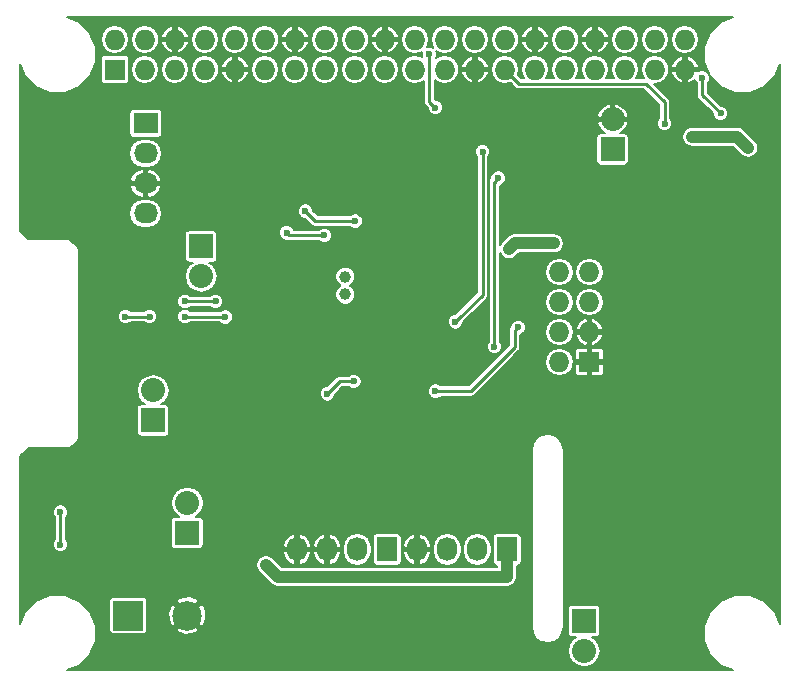
<source format=gbl>
G04 #@! TF.FileFunction,Copper,L2,Bot,Signal*
%FSLAX46Y46*%
G04 Gerber Fmt 4.6, Leading zero omitted, Abs format (unit mm)*
G04 Created by KiCad (PCBNEW 4.0.2+e4-6225~38~ubuntu15.04.1-stable) date Sat 22 Oct 2016 20:53:22 ACDT*
%MOMM*%
G01*
G04 APERTURE LIST*
%ADD10C,0.100000*%
%ADD11R,1.727200X1.727200*%
%ADD12O,1.727200X1.727200*%
%ADD13R,2.500000X2.500000*%
%ADD14C,2.500000*%
%ADD15R,1.727200X2.032000*%
%ADD16O,1.727200X2.032000*%
%ADD17R,2.032000X1.727200*%
%ADD18O,2.032000X1.727200*%
%ADD19R,2.032000X2.032000*%
%ADD20O,2.032000X2.032000*%
%ADD21C,1.000760*%
%ADD22C,0.600000*%
%ADD23C,1.000000*%
%ADD24C,0.250000*%
%ADD25C,0.200000*%
G04 APERTURE END LIST*
D10*
D11*
X98371100Y-64773600D03*
D12*
X98371100Y-62233600D03*
X100911100Y-64773600D03*
X100911100Y-62233600D03*
X103451100Y-64773600D03*
X103451100Y-62233600D03*
X105991100Y-64773600D03*
X105991100Y-62233600D03*
X108531100Y-64773600D03*
X108531100Y-62233600D03*
X111071100Y-64773600D03*
X111071100Y-62233600D03*
X113611100Y-64773600D03*
X113611100Y-62233600D03*
X116151100Y-64773600D03*
X116151100Y-62233600D03*
X118691100Y-64773600D03*
X118691100Y-62233600D03*
X121231100Y-64773600D03*
X121231100Y-62233600D03*
X123771100Y-64773600D03*
X123771100Y-62233600D03*
X126311100Y-64773600D03*
X126311100Y-62233600D03*
X128851100Y-64773600D03*
X128851100Y-62233600D03*
X131391100Y-64773600D03*
X131391100Y-62233600D03*
X133931100Y-64773600D03*
X133931100Y-62233600D03*
X136471100Y-64773600D03*
X136471100Y-62233600D03*
X139011100Y-64773600D03*
X139011100Y-62233600D03*
X141551100Y-64773600D03*
X141551100Y-62233600D03*
X144091100Y-64773600D03*
X144091100Y-62233600D03*
X146631100Y-64773600D03*
X146631100Y-62233600D03*
D13*
X99500000Y-111000000D03*
D14*
X104500000Y-111000000D03*
D15*
X121420000Y-105410000D03*
D16*
X118880000Y-105410000D03*
X116340000Y-105410000D03*
X113800000Y-105410000D03*
D15*
X131580000Y-105410000D03*
D16*
X129040000Y-105410000D03*
X126500000Y-105410000D03*
X123960000Y-105410000D03*
D17*
X100972000Y-69338000D03*
D18*
X100972000Y-71878000D03*
X100972000Y-74418000D03*
X100972000Y-76958000D03*
D19*
X140500000Y-71540000D03*
D20*
X140500000Y-69000000D03*
D19*
X105672000Y-79756000D03*
D20*
X105672000Y-82296000D03*
D11*
X138540000Y-89540000D03*
D12*
X136000000Y-89540000D03*
X138540000Y-87000000D03*
X136000000Y-87000000D03*
X138540000Y-84460000D03*
X136000000Y-84460000D03*
X138540000Y-81920000D03*
X136000000Y-81920000D03*
D21*
X117864000Y-83820000D03*
X117864000Y-82321400D03*
D19*
X104500000Y-104000000D03*
D20*
X104500000Y-101460000D03*
D19*
X101608000Y-94488000D03*
D20*
X101608000Y-91948000D03*
D19*
X138100000Y-111460000D03*
D20*
X138100000Y-114000000D03*
D22*
X152000000Y-71400000D03*
X147259000Y-70459000D03*
X123740851Y-72791607D03*
X125700000Y-97400000D03*
X108650000Y-100400000D03*
X152200000Y-74526000D03*
X128500000Y-79500000D03*
X116750000Y-74250000D03*
X110500000Y-70500000D03*
X110500000Y-76750000D03*
X111000000Y-79750000D03*
X115750000Y-83250000D03*
X122350000Y-89950000D03*
X109650000Y-107000000D03*
X115250000Y-96450000D03*
X96500000Y-84750000D03*
X95500000Y-98000000D03*
X111750000Y-94500000D03*
X101000000Y-97000000D03*
X111150000Y-106750000D03*
X114500000Y-76760000D03*
X118700000Y-77600000D03*
X131750000Y-80000000D03*
X135500000Y-79500000D03*
X107708101Y-85728445D03*
X104300000Y-85704026D03*
X101300000Y-85704026D03*
X99249990Y-85704026D03*
X116364558Y-92231747D03*
X118604292Y-91176626D03*
X104300000Y-84400000D03*
X106900000Y-84400000D03*
X130813203Y-73960171D03*
X130500000Y-88250000D03*
X127188259Y-86137088D03*
X125000000Y-63500000D03*
X125500000Y-68000000D03*
X129500000Y-71750000D03*
X144900000Y-69350000D03*
X148100000Y-65500000D03*
X149650000Y-68475010D03*
X125500000Y-92000000D03*
X132500000Y-86600000D03*
X112900000Y-78600000D03*
X116097287Y-78816941D03*
X93750000Y-102250000D03*
X93750000Y-105000000D03*
D23*
X147259000Y-70459000D02*
X151059000Y-70459000D01*
X151059000Y-70459000D02*
X152000000Y-71400000D01*
X131148759Y-107747649D02*
X131258351Y-107747649D01*
X131258351Y-107747649D02*
X131580000Y-107426000D01*
X131580000Y-107426000D02*
X131580000Y-105410000D01*
X131148759Y-107747649D02*
X131573023Y-107747649D01*
X112147649Y-107747649D02*
X131148759Y-107747649D01*
X111150000Y-106750000D02*
X112147649Y-107747649D01*
D24*
X115340000Y-77600000D02*
X114500000Y-76760000D01*
X118700000Y-77600000D02*
X115340000Y-77600000D01*
D23*
X131750000Y-80000000D02*
X131750000Y-79966902D01*
X131750000Y-79966902D02*
X132216902Y-79500000D01*
X132216902Y-79500000D02*
X135500000Y-79500000D01*
X105672000Y-82296000D02*
X106000000Y-82624000D01*
D24*
X107683682Y-85704026D02*
X107708101Y-85728445D01*
X104300000Y-85704026D02*
X107683682Y-85704026D01*
X99249990Y-85704026D02*
X101300000Y-85704026D01*
X116664557Y-91931748D02*
X116364558Y-92231747D01*
X117419679Y-91176626D02*
X116664557Y-91931748D01*
X118604292Y-91176626D02*
X117419679Y-91176626D01*
X106900000Y-84400000D02*
X104300000Y-84400000D01*
X130513204Y-74260170D02*
X130813203Y-73960171D01*
X130500000Y-74273374D02*
X130513204Y-74260170D01*
X130500000Y-88250000D02*
X130500000Y-74273374D01*
X127488258Y-85837089D02*
X127188259Y-86137088D01*
X129500000Y-83825347D02*
X127488258Y-85837089D01*
X129500000Y-71750000D02*
X129500000Y-83825347D01*
X125500000Y-68000000D02*
X125000000Y-67500000D01*
X125000000Y-67500000D02*
X125000000Y-65221630D01*
X125000000Y-65221630D02*
X125000000Y-63500000D01*
X144900000Y-69350000D02*
X144900000Y-67550000D01*
X144900000Y-67550000D02*
X143312201Y-65962201D01*
X143312201Y-65962201D02*
X132579701Y-65962201D01*
X132579701Y-65962201D02*
X131391100Y-64773600D01*
X148100000Y-65500000D02*
X148100000Y-66925010D01*
X148100000Y-66925010D02*
X149650000Y-68475010D01*
X132200001Y-88299999D02*
X128500000Y-92000000D01*
X128500000Y-92000000D02*
X125500000Y-92000000D01*
X132500000Y-86600000D02*
X132200001Y-86899999D01*
X132200001Y-86899999D02*
X132200001Y-88299999D01*
X116097287Y-78816941D02*
X113116941Y-78816941D01*
X113116941Y-78816941D02*
X112900000Y-78600000D01*
X93750000Y-105000000D02*
X93750000Y-102250000D01*
D25*
G36*
X149676671Y-60767984D02*
X148768673Y-61674399D01*
X148276662Y-62859294D01*
X148275542Y-64142278D01*
X148765484Y-65328029D01*
X149671899Y-66236027D01*
X150856794Y-66728038D01*
X152139778Y-66729158D01*
X153325529Y-66239216D01*
X154233527Y-65332801D01*
X154650000Y-64329822D01*
X154650000Y-111679395D01*
X154236716Y-110679171D01*
X153330301Y-109771173D01*
X152145406Y-109279162D01*
X150862422Y-109278042D01*
X149676671Y-109767984D01*
X148768673Y-110674399D01*
X148276662Y-111859294D01*
X148275542Y-113142278D01*
X148765484Y-114328029D01*
X149671899Y-115236027D01*
X150668857Y-115650000D01*
X94331355Y-115650000D01*
X95325529Y-115239216D01*
X96233527Y-114332801D01*
X96371717Y-114000000D01*
X136707238Y-114000000D01*
X136811219Y-114522746D01*
X137107330Y-114965908D01*
X137550492Y-115262019D01*
X138073238Y-115366000D01*
X138126762Y-115366000D01*
X138649508Y-115262019D01*
X139092670Y-114965908D01*
X139388781Y-114522746D01*
X139492762Y-114000000D01*
X139388781Y-113477254D01*
X139092670Y-113034092D01*
X138791499Y-112832856D01*
X139116000Y-112832856D01*
X139245702Y-112808451D01*
X139364825Y-112731797D01*
X139444741Y-112614837D01*
X139472856Y-112476000D01*
X139472856Y-110444000D01*
X139448451Y-110314298D01*
X139371797Y-110195175D01*
X139254837Y-110115259D01*
X139116000Y-110087144D01*
X137084000Y-110087144D01*
X136954298Y-110111549D01*
X136835175Y-110188203D01*
X136755259Y-110305163D01*
X136727144Y-110444000D01*
X136727144Y-112476000D01*
X136751549Y-112605702D01*
X136828203Y-112724825D01*
X136945163Y-112804741D01*
X137084000Y-112832856D01*
X137408501Y-112832856D01*
X137107330Y-113034092D01*
X136811219Y-113477254D01*
X136707238Y-114000000D01*
X96371717Y-114000000D01*
X96725538Y-113147906D01*
X96726658Y-111864922D01*
X96236716Y-110679171D01*
X95330301Y-109771173D01*
X95279311Y-109750000D01*
X97893144Y-109750000D01*
X97893144Y-112250000D01*
X97917549Y-112379702D01*
X97994203Y-112498825D01*
X98111163Y-112578741D01*
X98250000Y-112606856D01*
X100750000Y-112606856D01*
X100879702Y-112582451D01*
X100998825Y-112505797D01*
X101078741Y-112388837D01*
X101106856Y-112250000D01*
X101106856Y-112192565D01*
X103519567Y-112192565D01*
X103666534Y-112402363D01*
X104266639Y-112614568D01*
X104902271Y-112580970D01*
X105333466Y-112402363D01*
X105480433Y-112192565D01*
X104500000Y-111212132D01*
X103519567Y-112192565D01*
X101106856Y-112192565D01*
X101106856Y-110766639D01*
X102885432Y-110766639D01*
X102919030Y-111402271D01*
X103097637Y-111833466D01*
X103307435Y-111980433D01*
X104287868Y-111000000D01*
X104712132Y-111000000D01*
X105692565Y-111980433D01*
X105902363Y-111833466D01*
X106114568Y-111233361D01*
X106080970Y-110597729D01*
X105902363Y-110166534D01*
X105692565Y-110019567D01*
X104712132Y-111000000D01*
X104287868Y-111000000D01*
X103307435Y-110019567D01*
X103097637Y-110166534D01*
X102885432Y-110766639D01*
X101106856Y-110766639D01*
X101106856Y-109807435D01*
X103519567Y-109807435D01*
X104500000Y-110787868D01*
X105480433Y-109807435D01*
X105333466Y-109597637D01*
X104733361Y-109385432D01*
X104097729Y-109419030D01*
X103666534Y-109597637D01*
X103519567Y-109807435D01*
X101106856Y-109807435D01*
X101106856Y-109750000D01*
X101082451Y-109620298D01*
X101005797Y-109501175D01*
X100888837Y-109421259D01*
X100750000Y-109393144D01*
X98250000Y-109393144D01*
X98120298Y-109417549D01*
X98001175Y-109494203D01*
X97921259Y-109611163D01*
X97893144Y-109750000D01*
X95279311Y-109750000D01*
X94145406Y-109279162D01*
X92862422Y-109278042D01*
X91676671Y-109767984D01*
X90768673Y-110674399D01*
X90350000Y-111682676D01*
X90350000Y-106750000D01*
X110300000Y-106750000D01*
X110364702Y-107075281D01*
X110548959Y-107351041D01*
X111546608Y-108348690D01*
X111822368Y-108532947D01*
X112147649Y-108597650D01*
X112147654Y-108597649D01*
X131573023Y-108597649D01*
X131898304Y-108532947D01*
X132174064Y-108348690D01*
X132358321Y-108072930D01*
X132423023Y-107747649D01*
X132394522Y-107604362D01*
X132430000Y-107426000D01*
X132430000Y-106782856D01*
X132443600Y-106782856D01*
X132573302Y-106758451D01*
X132692425Y-106681797D01*
X132772341Y-106564837D01*
X132800456Y-106426000D01*
X132800456Y-104394000D01*
X132776051Y-104264298D01*
X132699397Y-104145175D01*
X132582437Y-104065259D01*
X132443600Y-104037144D01*
X130716400Y-104037144D01*
X130586698Y-104061549D01*
X130467575Y-104138203D01*
X130387659Y-104255163D01*
X130359544Y-104394000D01*
X130359544Y-106426000D01*
X130383949Y-106555702D01*
X130460603Y-106674825D01*
X130577563Y-106754741D01*
X130716400Y-106782856D01*
X130730000Y-106782856D01*
X130730000Y-106897649D01*
X112499731Y-106897649D01*
X111751041Y-106148959D01*
X111475281Y-105964702D01*
X111150000Y-105900000D01*
X110824719Y-105964702D01*
X110548959Y-106148959D01*
X110364702Y-106424719D01*
X110300000Y-106750000D01*
X90350000Y-106750000D01*
X90350000Y-105749902D01*
X112600820Y-105749902D01*
X112763856Y-106194536D01*
X113084636Y-106542933D01*
X113463454Y-106728402D01*
X113650000Y-106678465D01*
X113650000Y-105560000D01*
X113950000Y-105560000D01*
X113950000Y-106678465D01*
X114136546Y-106728402D01*
X114515364Y-106542933D01*
X114836144Y-106194536D01*
X114999180Y-105749902D01*
X115140820Y-105749902D01*
X115303856Y-106194536D01*
X115624636Y-106542933D01*
X116003454Y-106728402D01*
X116190000Y-106678465D01*
X116190000Y-105560000D01*
X116490000Y-105560000D01*
X116490000Y-106678465D01*
X116676546Y-106728402D01*
X117055364Y-106542933D01*
X117376144Y-106194536D01*
X117539180Y-105749902D01*
X117466248Y-105560000D01*
X116490000Y-105560000D01*
X116190000Y-105560000D01*
X115213752Y-105560000D01*
X115140820Y-105749902D01*
X114999180Y-105749902D01*
X114926248Y-105560000D01*
X113950000Y-105560000D01*
X113650000Y-105560000D01*
X112673752Y-105560000D01*
X112600820Y-105749902D01*
X90350000Y-105749902D01*
X90350000Y-102378726D01*
X93099888Y-102378726D01*
X93198636Y-102617714D01*
X93275000Y-102694212D01*
X93275000Y-104555734D01*
X93199278Y-104631324D01*
X93100113Y-104870140D01*
X93099888Y-105128726D01*
X93198636Y-105367714D01*
X93381324Y-105550722D01*
X93620140Y-105649887D01*
X93878726Y-105650112D01*
X94117714Y-105551364D01*
X94300722Y-105368676D01*
X94399887Y-105129860D01*
X94400112Y-104871274D01*
X94301364Y-104632286D01*
X94225000Y-104555788D01*
X94225000Y-102694266D01*
X94300722Y-102618676D01*
X94399887Y-102379860D01*
X94400112Y-102121274D01*
X94301364Y-101882286D01*
X94118676Y-101699278D01*
X93879860Y-101600113D01*
X93621274Y-101599888D01*
X93382286Y-101698636D01*
X93199278Y-101881324D01*
X93100113Y-102120140D01*
X93099888Y-102378726D01*
X90350000Y-102378726D01*
X90350000Y-101460000D01*
X103107238Y-101460000D01*
X103211219Y-101982746D01*
X103507330Y-102425908D01*
X103808501Y-102627144D01*
X103484000Y-102627144D01*
X103354298Y-102651549D01*
X103235175Y-102728203D01*
X103155259Y-102845163D01*
X103127144Y-102984000D01*
X103127144Y-105016000D01*
X103151549Y-105145702D01*
X103228203Y-105264825D01*
X103345163Y-105344741D01*
X103484000Y-105372856D01*
X105516000Y-105372856D01*
X105645702Y-105348451D01*
X105764825Y-105271797D01*
X105844741Y-105154837D01*
X105861900Y-105070098D01*
X112600820Y-105070098D01*
X112673752Y-105260000D01*
X113650000Y-105260000D01*
X113650000Y-104141535D01*
X113950000Y-104141535D01*
X113950000Y-105260000D01*
X114926248Y-105260000D01*
X114999180Y-105070098D01*
X115140820Y-105070098D01*
X115213752Y-105260000D01*
X116190000Y-105260000D01*
X116190000Y-104141535D01*
X116490000Y-104141535D01*
X116490000Y-105260000D01*
X117466248Y-105260000D01*
X117477447Y-105230838D01*
X117666400Y-105230838D01*
X117666400Y-105589162D01*
X117758780Y-106053587D01*
X118021855Y-106447307D01*
X118415575Y-106710382D01*
X118880000Y-106802762D01*
X119344425Y-106710382D01*
X119738145Y-106447307D01*
X120001220Y-106053587D01*
X120093600Y-105589162D01*
X120093600Y-105230838D01*
X120001220Y-104766413D01*
X119752382Y-104394000D01*
X120199544Y-104394000D01*
X120199544Y-106426000D01*
X120223949Y-106555702D01*
X120300603Y-106674825D01*
X120417563Y-106754741D01*
X120556400Y-106782856D01*
X122283600Y-106782856D01*
X122413302Y-106758451D01*
X122532425Y-106681797D01*
X122612341Y-106564837D01*
X122640456Y-106426000D01*
X122640456Y-105749902D01*
X122760820Y-105749902D01*
X122923856Y-106194536D01*
X123244636Y-106542933D01*
X123623454Y-106728402D01*
X123810000Y-106678465D01*
X123810000Y-105560000D01*
X124110000Y-105560000D01*
X124110000Y-106678465D01*
X124296546Y-106728402D01*
X124675364Y-106542933D01*
X124996144Y-106194536D01*
X125159180Y-105749902D01*
X125086248Y-105560000D01*
X124110000Y-105560000D01*
X123810000Y-105560000D01*
X122833752Y-105560000D01*
X122760820Y-105749902D01*
X122640456Y-105749902D01*
X122640456Y-105070098D01*
X122760820Y-105070098D01*
X122833752Y-105260000D01*
X123810000Y-105260000D01*
X123810000Y-104141535D01*
X124110000Y-104141535D01*
X124110000Y-105260000D01*
X125086248Y-105260000D01*
X125097447Y-105230838D01*
X125286400Y-105230838D01*
X125286400Y-105589162D01*
X125378780Y-106053587D01*
X125641855Y-106447307D01*
X126035575Y-106710382D01*
X126500000Y-106802762D01*
X126964425Y-106710382D01*
X127358145Y-106447307D01*
X127621220Y-106053587D01*
X127713600Y-105589162D01*
X127713600Y-105230838D01*
X127826400Y-105230838D01*
X127826400Y-105589162D01*
X127918780Y-106053587D01*
X128181855Y-106447307D01*
X128575575Y-106710382D01*
X129040000Y-106802762D01*
X129504425Y-106710382D01*
X129898145Y-106447307D01*
X130161220Y-106053587D01*
X130253600Y-105589162D01*
X130253600Y-105230838D01*
X130161220Y-104766413D01*
X129898145Y-104372693D01*
X129504425Y-104109618D01*
X129040000Y-104017238D01*
X128575575Y-104109618D01*
X128181855Y-104372693D01*
X127918780Y-104766413D01*
X127826400Y-105230838D01*
X127713600Y-105230838D01*
X127621220Y-104766413D01*
X127358145Y-104372693D01*
X126964425Y-104109618D01*
X126500000Y-104017238D01*
X126035575Y-104109618D01*
X125641855Y-104372693D01*
X125378780Y-104766413D01*
X125286400Y-105230838D01*
X125097447Y-105230838D01*
X125159180Y-105070098D01*
X124996144Y-104625464D01*
X124675364Y-104277067D01*
X124296546Y-104091598D01*
X124110000Y-104141535D01*
X123810000Y-104141535D01*
X123623454Y-104091598D01*
X123244636Y-104277067D01*
X122923856Y-104625464D01*
X122760820Y-105070098D01*
X122640456Y-105070098D01*
X122640456Y-104394000D01*
X122616051Y-104264298D01*
X122539397Y-104145175D01*
X122422437Y-104065259D01*
X122283600Y-104037144D01*
X120556400Y-104037144D01*
X120426698Y-104061549D01*
X120307575Y-104138203D01*
X120227659Y-104255163D01*
X120199544Y-104394000D01*
X119752382Y-104394000D01*
X119738145Y-104372693D01*
X119344425Y-104109618D01*
X118880000Y-104017238D01*
X118415575Y-104109618D01*
X118021855Y-104372693D01*
X117758780Y-104766413D01*
X117666400Y-105230838D01*
X117477447Y-105230838D01*
X117539180Y-105070098D01*
X117376144Y-104625464D01*
X117055364Y-104277067D01*
X116676546Y-104091598D01*
X116490000Y-104141535D01*
X116190000Y-104141535D01*
X116003454Y-104091598D01*
X115624636Y-104277067D01*
X115303856Y-104625464D01*
X115140820Y-105070098D01*
X114999180Y-105070098D01*
X114836144Y-104625464D01*
X114515364Y-104277067D01*
X114136546Y-104091598D01*
X113950000Y-104141535D01*
X113650000Y-104141535D01*
X113463454Y-104091598D01*
X113084636Y-104277067D01*
X112763856Y-104625464D01*
X112600820Y-105070098D01*
X105861900Y-105070098D01*
X105872856Y-105016000D01*
X105872856Y-102984000D01*
X105848451Y-102854298D01*
X105771797Y-102735175D01*
X105654837Y-102655259D01*
X105516000Y-102627144D01*
X105191499Y-102627144D01*
X105492670Y-102425908D01*
X105788781Y-101982746D01*
X105892762Y-101460000D01*
X105788781Y-100937254D01*
X105492670Y-100494092D01*
X105049508Y-100197981D01*
X104526762Y-100094000D01*
X104473238Y-100094000D01*
X103950492Y-100197981D01*
X103507330Y-100494092D01*
X103211219Y-100937254D01*
X103107238Y-101460000D01*
X90350000Y-101460000D01*
X90350000Y-97559095D01*
X90354388Y-97537034D01*
X90891422Y-97000000D01*
X133650000Y-97000000D01*
X133650000Y-112000000D01*
X133752763Y-112516623D01*
X134045406Y-112954594D01*
X134483377Y-113247237D01*
X135000000Y-113350000D01*
X135516623Y-113247237D01*
X135954594Y-112954594D01*
X136247237Y-112516623D01*
X136350000Y-112000000D01*
X136350000Y-97000000D01*
X136247237Y-96483377D01*
X135954594Y-96045406D01*
X135516623Y-95752763D01*
X135000000Y-95650000D01*
X134483377Y-95752763D01*
X134045406Y-96045406D01*
X133752763Y-96483377D01*
X133650000Y-97000000D01*
X90891422Y-97000000D01*
X91037034Y-96854388D01*
X91059095Y-96850000D01*
X94500000Y-96850000D01*
X94538906Y-96842121D01*
X94570711Y-96820711D01*
X94859268Y-96532154D01*
X94863668Y-96529214D01*
X94863671Y-96529213D01*
X95029211Y-96363673D01*
X95032155Y-96359267D01*
X95320711Y-96070711D01*
X95342650Y-96037629D01*
X95350000Y-96000000D01*
X95350000Y-91948000D01*
X100215238Y-91948000D01*
X100319219Y-92470746D01*
X100615330Y-92913908D01*
X100916501Y-93115144D01*
X100592000Y-93115144D01*
X100462298Y-93139549D01*
X100343175Y-93216203D01*
X100263259Y-93333163D01*
X100235144Y-93472000D01*
X100235144Y-95504000D01*
X100259549Y-95633702D01*
X100336203Y-95752825D01*
X100453163Y-95832741D01*
X100592000Y-95860856D01*
X102624000Y-95860856D01*
X102753702Y-95836451D01*
X102872825Y-95759797D01*
X102952741Y-95642837D01*
X102980856Y-95504000D01*
X102980856Y-93472000D01*
X102956451Y-93342298D01*
X102879797Y-93223175D01*
X102762837Y-93143259D01*
X102624000Y-93115144D01*
X102299499Y-93115144D01*
X102600670Y-92913908D01*
X102896781Y-92470746D01*
X102918715Y-92360473D01*
X115714446Y-92360473D01*
X115813194Y-92599461D01*
X115995882Y-92782469D01*
X116234698Y-92881634D01*
X116493284Y-92881859D01*
X116732272Y-92783111D01*
X116915280Y-92600423D01*
X117014445Y-92361607D01*
X117014539Y-92253518D01*
X117139331Y-92128726D01*
X124849888Y-92128726D01*
X124948636Y-92367714D01*
X125131324Y-92550722D01*
X125370140Y-92649887D01*
X125628726Y-92650112D01*
X125867714Y-92551364D01*
X125944212Y-92475000D01*
X128500000Y-92475000D01*
X128681775Y-92438843D01*
X128835876Y-92335876D01*
X131631751Y-89540000D01*
X134762624Y-89540000D01*
X134855004Y-90004425D01*
X135118079Y-90398145D01*
X135511799Y-90661220D01*
X135976224Y-90753600D01*
X136023776Y-90753600D01*
X136488201Y-90661220D01*
X136881921Y-90398145D01*
X137144996Y-90004425D01*
X137190134Y-89777500D01*
X137326400Y-89777500D01*
X137326400Y-90473220D01*
X137379685Y-90601859D01*
X137478141Y-90700316D01*
X137606781Y-90753600D01*
X138302500Y-90753600D01*
X138390000Y-90666100D01*
X138390000Y-89690000D01*
X138690000Y-89690000D01*
X138690000Y-90666100D01*
X138777500Y-90753600D01*
X139473219Y-90753600D01*
X139601859Y-90700316D01*
X139700315Y-90601859D01*
X139753600Y-90473220D01*
X139753600Y-89777500D01*
X139666100Y-89690000D01*
X138690000Y-89690000D01*
X138390000Y-89690000D01*
X137413900Y-89690000D01*
X137326400Y-89777500D01*
X137190134Y-89777500D01*
X137237376Y-89540000D01*
X137144996Y-89075575D01*
X136881921Y-88681855D01*
X136769564Y-88606780D01*
X137326400Y-88606780D01*
X137326400Y-89302500D01*
X137413900Y-89390000D01*
X138390000Y-89390000D01*
X138390000Y-88413900D01*
X138690000Y-88413900D01*
X138690000Y-89390000D01*
X139666100Y-89390000D01*
X139753600Y-89302500D01*
X139753600Y-88606780D01*
X139700315Y-88478141D01*
X139601859Y-88379684D01*
X139473219Y-88326400D01*
X138777500Y-88326400D01*
X138690000Y-88413900D01*
X138390000Y-88413900D01*
X138302500Y-88326400D01*
X137606781Y-88326400D01*
X137478141Y-88379684D01*
X137379685Y-88478141D01*
X137326400Y-88606780D01*
X136769564Y-88606780D01*
X136488201Y-88418780D01*
X136023776Y-88326400D01*
X135976224Y-88326400D01*
X135511799Y-88418780D01*
X135118079Y-88681855D01*
X134855004Y-89075575D01*
X134762624Y-89540000D01*
X131631751Y-89540000D01*
X132535874Y-88635877D01*
X132535877Y-88635875D01*
X132638844Y-88481774D01*
X132659151Y-88379684D01*
X132675002Y-88299999D01*
X132675001Y-88299994D01*
X132675001Y-87230992D01*
X132867714Y-87151364D01*
X133019343Y-87000000D01*
X134762624Y-87000000D01*
X134855004Y-87464425D01*
X135118079Y-87858145D01*
X135511799Y-88121220D01*
X135976224Y-88213600D01*
X136023776Y-88213600D01*
X136488201Y-88121220D01*
X136881921Y-87858145D01*
X137144996Y-87464425D01*
X137170432Y-87336546D01*
X137373998Y-87336546D01*
X137477526Y-87586522D01*
X137782854Y-87948467D01*
X138203451Y-88166016D01*
X138390000Y-88116808D01*
X138390000Y-87150000D01*
X138690000Y-87150000D01*
X138690000Y-88116808D01*
X138876549Y-88166016D01*
X139297146Y-87948467D01*
X139602474Y-87586522D01*
X139706002Y-87336546D01*
X139656065Y-87150000D01*
X138690000Y-87150000D01*
X138390000Y-87150000D01*
X137423935Y-87150000D01*
X137373998Y-87336546D01*
X137170432Y-87336546D01*
X137237376Y-87000000D01*
X137170433Y-86663454D01*
X137373998Y-86663454D01*
X137423935Y-86850000D01*
X138390000Y-86850000D01*
X138390000Y-85883192D01*
X138690000Y-85883192D01*
X138690000Y-86850000D01*
X139656065Y-86850000D01*
X139706002Y-86663454D01*
X139602474Y-86413478D01*
X139297146Y-86051533D01*
X138876549Y-85833984D01*
X138690000Y-85883192D01*
X138390000Y-85883192D01*
X138203451Y-85833984D01*
X137782854Y-86051533D01*
X137477526Y-86413478D01*
X137373998Y-86663454D01*
X137170433Y-86663454D01*
X137144996Y-86535575D01*
X136881921Y-86141855D01*
X136488201Y-85878780D01*
X136023776Y-85786400D01*
X135976224Y-85786400D01*
X135511799Y-85878780D01*
X135118079Y-86141855D01*
X134855004Y-86535575D01*
X134762624Y-87000000D01*
X133019343Y-87000000D01*
X133050722Y-86968676D01*
X133149887Y-86729860D01*
X133150112Y-86471274D01*
X133051364Y-86232286D01*
X132868676Y-86049278D01*
X132629860Y-85950113D01*
X132371274Y-85949888D01*
X132132286Y-86048636D01*
X131949278Y-86231324D01*
X131850113Y-86470140D01*
X131850013Y-86585243D01*
X131761158Y-86718224D01*
X131725001Y-86899999D01*
X131725001Y-88103248D01*
X128303248Y-91525000D01*
X125944266Y-91525000D01*
X125868676Y-91449278D01*
X125629860Y-91350113D01*
X125371274Y-91349888D01*
X125132286Y-91448636D01*
X124949278Y-91631324D01*
X124850113Y-91870140D01*
X124849888Y-92128726D01*
X117139331Y-92128726D01*
X117616431Y-91651626D01*
X118160026Y-91651626D01*
X118235616Y-91727348D01*
X118474432Y-91826513D01*
X118733018Y-91826738D01*
X118972006Y-91727990D01*
X119155014Y-91545302D01*
X119254179Y-91306486D01*
X119254404Y-91047900D01*
X119155656Y-90808912D01*
X118972968Y-90625904D01*
X118734152Y-90526739D01*
X118475566Y-90526514D01*
X118236578Y-90625262D01*
X118160080Y-90701626D01*
X117419684Y-90701626D01*
X117419679Y-90701625D01*
X117268063Y-90731784D01*
X117237904Y-90737783D01*
X117132892Y-90807950D01*
X117083803Y-90840750D01*
X116342825Y-91581728D01*
X116235832Y-91581635D01*
X115996844Y-91680383D01*
X115813836Y-91863071D01*
X115714671Y-92101887D01*
X115714446Y-92360473D01*
X102918715Y-92360473D01*
X103000762Y-91948000D01*
X102896781Y-91425254D01*
X102600670Y-90982092D01*
X102157508Y-90685981D01*
X101634762Y-90582000D01*
X101581238Y-90582000D01*
X101058492Y-90685981D01*
X100615330Y-90982092D01*
X100319219Y-91425254D01*
X100215238Y-91948000D01*
X95350000Y-91948000D01*
X95350000Y-88378726D01*
X129849888Y-88378726D01*
X129948636Y-88617714D01*
X130131324Y-88800722D01*
X130370140Y-88899887D01*
X130628726Y-88900112D01*
X130867714Y-88801364D01*
X131050722Y-88618676D01*
X131149887Y-88379860D01*
X131150112Y-88121274D01*
X131051364Y-87882286D01*
X130975000Y-87805788D01*
X130975000Y-84460000D01*
X134762624Y-84460000D01*
X134855004Y-84924425D01*
X135118079Y-85318145D01*
X135511799Y-85581220D01*
X135976224Y-85673600D01*
X136023776Y-85673600D01*
X136488201Y-85581220D01*
X136881921Y-85318145D01*
X137144996Y-84924425D01*
X137237376Y-84460000D01*
X137302624Y-84460000D01*
X137395004Y-84924425D01*
X137658079Y-85318145D01*
X138051799Y-85581220D01*
X138516224Y-85673600D01*
X138563776Y-85673600D01*
X139028201Y-85581220D01*
X139421921Y-85318145D01*
X139684996Y-84924425D01*
X139777376Y-84460000D01*
X139684996Y-83995575D01*
X139421921Y-83601855D01*
X139028201Y-83338780D01*
X138563776Y-83246400D01*
X138516224Y-83246400D01*
X138051799Y-83338780D01*
X137658079Y-83601855D01*
X137395004Y-83995575D01*
X137302624Y-84460000D01*
X137237376Y-84460000D01*
X137144996Y-83995575D01*
X136881921Y-83601855D01*
X136488201Y-83338780D01*
X136023776Y-83246400D01*
X135976224Y-83246400D01*
X135511799Y-83338780D01*
X135118079Y-83601855D01*
X134855004Y-83995575D01*
X134762624Y-84460000D01*
X130975000Y-84460000D01*
X130975000Y-81920000D01*
X134762624Y-81920000D01*
X134855004Y-82384425D01*
X135118079Y-82778145D01*
X135511799Y-83041220D01*
X135976224Y-83133600D01*
X136023776Y-83133600D01*
X136488201Y-83041220D01*
X136881921Y-82778145D01*
X137144996Y-82384425D01*
X137237376Y-81920000D01*
X137302624Y-81920000D01*
X137395004Y-82384425D01*
X137658079Y-82778145D01*
X138051799Y-83041220D01*
X138516224Y-83133600D01*
X138563776Y-83133600D01*
X139028201Y-83041220D01*
X139421921Y-82778145D01*
X139684996Y-82384425D01*
X139777376Y-81920000D01*
X139684996Y-81455575D01*
X139421921Y-81061855D01*
X139028201Y-80798780D01*
X138563776Y-80706400D01*
X138516224Y-80706400D01*
X138051799Y-80798780D01*
X137658079Y-81061855D01*
X137395004Y-81455575D01*
X137302624Y-81920000D01*
X137237376Y-81920000D01*
X137144996Y-81455575D01*
X136881921Y-81061855D01*
X136488201Y-80798780D01*
X136023776Y-80706400D01*
X135976224Y-80706400D01*
X135511799Y-80798780D01*
X135118079Y-81061855D01*
X134855004Y-81455575D01*
X134762624Y-81920000D01*
X130975000Y-81920000D01*
X130975000Y-80340693D01*
X131148959Y-80601041D01*
X131424719Y-80785298D01*
X131750000Y-80850000D01*
X132075281Y-80785298D01*
X132351041Y-80601041D01*
X132417690Y-80501294D01*
X132568984Y-80350000D01*
X135500000Y-80350000D01*
X135825281Y-80285298D01*
X136101041Y-80101041D01*
X136285298Y-79825281D01*
X136350000Y-79500000D01*
X136285298Y-79174719D01*
X136101041Y-78898959D01*
X135825281Y-78714702D01*
X135500000Y-78650000D01*
X132216902Y-78650000D01*
X131891621Y-78714702D01*
X131615861Y-78898959D01*
X131148959Y-79365861D01*
X130975000Y-79626209D01*
X130975000Y-74596618D01*
X131180917Y-74511535D01*
X131363925Y-74328847D01*
X131463090Y-74090031D01*
X131463315Y-73831445D01*
X131364567Y-73592457D01*
X131181879Y-73409449D01*
X130943063Y-73310284D01*
X130684477Y-73310059D01*
X130445489Y-73408807D01*
X130262481Y-73591495D01*
X130163316Y-73830311D01*
X130163222Y-73938849D01*
X130061157Y-74091599D01*
X130025000Y-74273374D01*
X130025000Y-87805734D01*
X129949278Y-87881324D01*
X129850113Y-88120140D01*
X129849888Y-88378726D01*
X95350000Y-88378726D01*
X95350000Y-85832752D01*
X98599878Y-85832752D01*
X98698626Y-86071740D01*
X98881314Y-86254748D01*
X99120130Y-86353913D01*
X99378716Y-86354138D01*
X99617704Y-86255390D01*
X99694202Y-86179026D01*
X100855734Y-86179026D01*
X100931324Y-86254748D01*
X101170140Y-86353913D01*
X101428726Y-86354138D01*
X101667714Y-86255390D01*
X101850722Y-86072702D01*
X101949887Y-85833886D01*
X101949887Y-85832752D01*
X103649888Y-85832752D01*
X103748636Y-86071740D01*
X103931324Y-86254748D01*
X104170140Y-86353913D01*
X104428726Y-86354138D01*
X104667714Y-86255390D01*
X104744212Y-86179026D01*
X107239459Y-86179026D01*
X107339425Y-86279167D01*
X107578241Y-86378332D01*
X107836827Y-86378557D01*
X108075815Y-86279809D01*
X108089834Y-86265814D01*
X126538147Y-86265814D01*
X126636895Y-86504802D01*
X126819583Y-86687810D01*
X127058399Y-86786975D01*
X127316985Y-86787200D01*
X127555973Y-86688452D01*
X127738981Y-86505764D01*
X127838146Y-86266948D01*
X127838240Y-86158859D01*
X129835876Y-84161223D01*
X129900755Y-84064124D01*
X129938843Y-84007122D01*
X129955178Y-83925000D01*
X129975001Y-83825347D01*
X129975000Y-83825342D01*
X129975000Y-72194266D01*
X130050722Y-72118676D01*
X130149887Y-71879860D01*
X130150112Y-71621274D01*
X130051364Y-71382286D01*
X129868676Y-71199278D01*
X129629860Y-71100113D01*
X129371274Y-71099888D01*
X129132286Y-71198636D01*
X128949278Y-71381324D01*
X128850113Y-71620140D01*
X128849888Y-71878726D01*
X128948636Y-72117714D01*
X129025000Y-72194212D01*
X129025000Y-83628595D01*
X127166526Y-85487069D01*
X127059533Y-85486976D01*
X126820545Y-85585724D01*
X126637537Y-85768412D01*
X126538372Y-86007228D01*
X126538147Y-86265814D01*
X108089834Y-86265814D01*
X108258823Y-86097121D01*
X108357988Y-85858305D01*
X108358213Y-85599719D01*
X108259465Y-85360731D01*
X108076777Y-85177723D01*
X107837961Y-85078558D01*
X107579375Y-85078333D01*
X107340387Y-85177081D01*
X107288351Y-85229026D01*
X104744266Y-85229026D01*
X104668676Y-85153304D01*
X104429860Y-85054139D01*
X104171274Y-85053914D01*
X103932286Y-85152662D01*
X103749278Y-85335350D01*
X103650113Y-85574166D01*
X103649888Y-85832752D01*
X101949887Y-85832752D01*
X101950112Y-85575300D01*
X101851364Y-85336312D01*
X101668676Y-85153304D01*
X101429860Y-85054139D01*
X101171274Y-85053914D01*
X100932286Y-85152662D01*
X100855788Y-85229026D01*
X99694256Y-85229026D01*
X99618666Y-85153304D01*
X99379850Y-85054139D01*
X99121264Y-85053914D01*
X98882276Y-85152662D01*
X98699268Y-85335350D01*
X98600103Y-85574166D01*
X98599878Y-85832752D01*
X95350000Y-85832752D01*
X95350000Y-84528726D01*
X103649888Y-84528726D01*
X103748636Y-84767714D01*
X103931324Y-84950722D01*
X104170140Y-85049887D01*
X104428726Y-85050112D01*
X104667714Y-84951364D01*
X104744212Y-84875000D01*
X106455734Y-84875000D01*
X106531324Y-84950722D01*
X106770140Y-85049887D01*
X107028726Y-85050112D01*
X107267714Y-84951364D01*
X107450722Y-84768676D01*
X107549887Y-84529860D01*
X107550112Y-84271274D01*
X107451364Y-84032286D01*
X107268676Y-83849278D01*
X107029860Y-83750113D01*
X106771274Y-83749888D01*
X106532286Y-83848636D01*
X106455788Y-83925000D01*
X104744266Y-83925000D01*
X104668676Y-83849278D01*
X104429860Y-83750113D01*
X104171274Y-83749888D01*
X103932286Y-83848636D01*
X103749278Y-84031324D01*
X103650113Y-84270140D01*
X103649888Y-84528726D01*
X95350000Y-84528726D01*
X95350000Y-82296000D01*
X104279238Y-82296000D01*
X104383219Y-82818746D01*
X104679330Y-83261908D01*
X105122492Y-83558019D01*
X105645238Y-83662000D01*
X105698762Y-83662000D01*
X106221508Y-83558019D01*
X106664670Y-83261908D01*
X106960781Y-82818746D01*
X107026210Y-82489809D01*
X117013473Y-82489809D01*
X117142662Y-82802472D01*
X117381669Y-83041897D01*
X117450819Y-83070610D01*
X117382928Y-83098662D01*
X117143503Y-83337669D01*
X117013768Y-83650107D01*
X117013473Y-83988409D01*
X117142662Y-84301072D01*
X117381669Y-84540497D01*
X117694107Y-84670232D01*
X118032409Y-84670527D01*
X118345072Y-84541338D01*
X118584497Y-84302331D01*
X118714232Y-83989893D01*
X118714527Y-83651591D01*
X118585338Y-83338928D01*
X118346331Y-83099503D01*
X118277181Y-83070790D01*
X118345072Y-83042738D01*
X118584497Y-82803731D01*
X118714232Y-82491293D01*
X118714527Y-82152991D01*
X118585338Y-81840328D01*
X118346331Y-81600903D01*
X118033893Y-81471168D01*
X117695591Y-81470873D01*
X117382928Y-81600062D01*
X117143503Y-81839069D01*
X117013768Y-82151507D01*
X117013473Y-82489809D01*
X107026210Y-82489809D01*
X107064762Y-82296000D01*
X106960781Y-81773254D01*
X106664670Y-81330092D01*
X106363499Y-81128856D01*
X106688000Y-81128856D01*
X106817702Y-81104451D01*
X106936825Y-81027797D01*
X107016741Y-80910837D01*
X107044856Y-80772000D01*
X107044856Y-78740000D01*
X107042735Y-78728726D01*
X112249888Y-78728726D01*
X112348636Y-78967714D01*
X112531324Y-79150722D01*
X112770140Y-79249887D01*
X112926544Y-79250023D01*
X112935166Y-79255784D01*
X113116941Y-79291941D01*
X115653021Y-79291941D01*
X115728611Y-79367663D01*
X115967427Y-79466828D01*
X116226013Y-79467053D01*
X116465001Y-79368305D01*
X116648009Y-79185617D01*
X116747174Y-78946801D01*
X116747399Y-78688215D01*
X116648651Y-78449227D01*
X116465963Y-78266219D01*
X116227147Y-78167054D01*
X115968561Y-78166829D01*
X115729573Y-78265577D01*
X115653075Y-78341941D01*
X113496673Y-78341941D01*
X113451364Y-78232286D01*
X113268676Y-78049278D01*
X113029860Y-77950113D01*
X112771274Y-77949888D01*
X112532286Y-78048636D01*
X112349278Y-78231324D01*
X112250113Y-78470140D01*
X112249888Y-78728726D01*
X107042735Y-78728726D01*
X107020451Y-78610298D01*
X106943797Y-78491175D01*
X106826837Y-78411259D01*
X106688000Y-78383144D01*
X104656000Y-78383144D01*
X104526298Y-78407549D01*
X104407175Y-78484203D01*
X104327259Y-78601163D01*
X104299144Y-78740000D01*
X104299144Y-80772000D01*
X104323549Y-80901702D01*
X104400203Y-81020825D01*
X104517163Y-81100741D01*
X104656000Y-81128856D01*
X104980501Y-81128856D01*
X104679330Y-81330092D01*
X104383219Y-81773254D01*
X104279238Y-82296000D01*
X95350000Y-82296000D01*
X95350000Y-80000000D01*
X95342121Y-79961094D01*
X95320711Y-79929289D01*
X95032155Y-79640733D01*
X95029211Y-79636327D01*
X94863671Y-79470787D01*
X94863668Y-79470786D01*
X94859268Y-79467846D01*
X94570711Y-79179289D01*
X94537629Y-79157350D01*
X94500000Y-79150000D01*
X91059095Y-79150000D01*
X91037034Y-79145612D01*
X90354388Y-78462966D01*
X90350000Y-78440905D01*
X90350000Y-76958000D01*
X99579238Y-76958000D01*
X99671618Y-77422425D01*
X99934693Y-77816145D01*
X100328413Y-78079220D01*
X100792838Y-78171600D01*
X101151162Y-78171600D01*
X101615587Y-78079220D01*
X102009307Y-77816145D01*
X102272382Y-77422425D01*
X102364762Y-76958000D01*
X102350983Y-76888726D01*
X113849888Y-76888726D01*
X113948636Y-77127714D01*
X114131324Y-77310722D01*
X114370140Y-77409887D01*
X114478229Y-77409981D01*
X115004122Y-77935873D01*
X115004124Y-77935876D01*
X115101766Y-78001118D01*
X115158225Y-78038843D01*
X115340000Y-78075000D01*
X118255734Y-78075000D01*
X118331324Y-78150722D01*
X118570140Y-78249887D01*
X118828726Y-78250112D01*
X119067714Y-78151364D01*
X119250722Y-77968676D01*
X119349887Y-77729860D01*
X119350112Y-77471274D01*
X119251364Y-77232286D01*
X119068676Y-77049278D01*
X118829860Y-76950113D01*
X118571274Y-76949888D01*
X118332286Y-77048636D01*
X118255788Y-77125000D01*
X115536751Y-77125000D01*
X115150019Y-76738267D01*
X115150112Y-76631274D01*
X115051364Y-76392286D01*
X114868676Y-76209278D01*
X114629860Y-76110113D01*
X114371274Y-76109888D01*
X114132286Y-76208636D01*
X113949278Y-76391324D01*
X113850113Y-76630140D01*
X113849888Y-76888726D01*
X102350983Y-76888726D01*
X102272382Y-76493575D01*
X102009307Y-76099855D01*
X101615587Y-75836780D01*
X101151162Y-75744400D01*
X100792838Y-75744400D01*
X100328413Y-75836780D01*
X99934693Y-76099855D01*
X99671618Y-76493575D01*
X99579238Y-76958000D01*
X90350000Y-76958000D01*
X90350000Y-74754546D01*
X99653598Y-74754546D01*
X99839067Y-75133364D01*
X100187464Y-75454144D01*
X100632098Y-75617180D01*
X100822000Y-75544248D01*
X100822000Y-74568000D01*
X101122000Y-74568000D01*
X101122000Y-75544248D01*
X101311902Y-75617180D01*
X101756536Y-75454144D01*
X102104933Y-75133364D01*
X102290402Y-74754546D01*
X102240465Y-74568000D01*
X101122000Y-74568000D01*
X100822000Y-74568000D01*
X99703535Y-74568000D01*
X99653598Y-74754546D01*
X90350000Y-74754546D01*
X90350000Y-74081454D01*
X99653598Y-74081454D01*
X99703535Y-74268000D01*
X100822000Y-74268000D01*
X100822000Y-73291752D01*
X101122000Y-73291752D01*
X101122000Y-74268000D01*
X102240465Y-74268000D01*
X102290402Y-74081454D01*
X102104933Y-73702636D01*
X101756536Y-73381856D01*
X101311902Y-73218820D01*
X101122000Y-73291752D01*
X100822000Y-73291752D01*
X100632098Y-73218820D01*
X100187464Y-73381856D01*
X99839067Y-73702636D01*
X99653598Y-74081454D01*
X90350000Y-74081454D01*
X90350000Y-71878000D01*
X99579238Y-71878000D01*
X99671618Y-72342425D01*
X99934693Y-72736145D01*
X100328413Y-72999220D01*
X100792838Y-73091600D01*
X101151162Y-73091600D01*
X101615587Y-72999220D01*
X102009307Y-72736145D01*
X102272382Y-72342425D01*
X102364762Y-71878000D01*
X102272382Y-71413575D01*
X102009307Y-71019855D01*
X101615587Y-70756780D01*
X101151162Y-70664400D01*
X100792838Y-70664400D01*
X100328413Y-70756780D01*
X99934693Y-71019855D01*
X99671618Y-71413575D01*
X99579238Y-71878000D01*
X90350000Y-71878000D01*
X90350000Y-68474400D01*
X99599144Y-68474400D01*
X99599144Y-70201600D01*
X99623549Y-70331302D01*
X99700203Y-70450425D01*
X99817163Y-70530341D01*
X99956000Y-70558456D01*
X101988000Y-70558456D01*
X102117702Y-70534051D01*
X102133321Y-70524000D01*
X139127144Y-70524000D01*
X139127144Y-72556000D01*
X139151549Y-72685702D01*
X139228203Y-72804825D01*
X139345163Y-72884741D01*
X139484000Y-72912856D01*
X141516000Y-72912856D01*
X141645702Y-72888451D01*
X141764825Y-72811797D01*
X141844741Y-72694837D01*
X141872856Y-72556000D01*
X141872856Y-70524000D01*
X141860626Y-70459000D01*
X146409000Y-70459000D01*
X146473702Y-70784281D01*
X146657959Y-71060041D01*
X146933719Y-71244298D01*
X147259000Y-71309000D01*
X150706918Y-71309000D01*
X151398959Y-72001041D01*
X151674719Y-72185298D01*
X152000000Y-72250000D01*
X152325281Y-72185298D01*
X152601041Y-72001041D01*
X152785298Y-71725281D01*
X152850000Y-71400000D01*
X152785298Y-71074719D01*
X152601041Y-70798959D01*
X151660041Y-69857959D01*
X151384281Y-69673702D01*
X151059000Y-69609000D01*
X147259000Y-69609000D01*
X146933719Y-69673702D01*
X146657959Y-69857959D01*
X146473702Y-70133719D01*
X146409000Y-70459000D01*
X141860626Y-70459000D01*
X141848451Y-70394298D01*
X141771797Y-70275175D01*
X141654837Y-70195259D01*
X141516000Y-70167144D01*
X141161548Y-70167144D01*
X141337319Y-70079300D01*
X141686612Y-69676715D01*
X141817558Y-69360550D01*
X141769670Y-69150000D01*
X140650000Y-69150000D01*
X140650000Y-69170000D01*
X140350000Y-69170000D01*
X140350000Y-69150000D01*
X139230330Y-69150000D01*
X139182442Y-69360550D01*
X139313388Y-69676715D01*
X139662681Y-70079300D01*
X139838452Y-70167144D01*
X139484000Y-70167144D01*
X139354298Y-70191549D01*
X139235175Y-70268203D01*
X139155259Y-70385163D01*
X139127144Y-70524000D01*
X102133321Y-70524000D01*
X102236825Y-70457397D01*
X102316741Y-70340437D01*
X102344856Y-70201600D01*
X102344856Y-68474400D01*
X102320451Y-68344698D01*
X102243797Y-68225575D01*
X102126837Y-68145659D01*
X101988000Y-68117544D01*
X99956000Y-68117544D01*
X99826298Y-68141949D01*
X99707175Y-68218603D01*
X99627259Y-68335563D01*
X99599144Y-68474400D01*
X90350000Y-68474400D01*
X90350000Y-64322480D01*
X90765484Y-65328029D01*
X91671899Y-66236027D01*
X92856794Y-66728038D01*
X94139778Y-66729158D01*
X95325529Y-66239216D01*
X96233527Y-65332801D01*
X96725538Y-64147906D01*
X96725745Y-63910000D01*
X97150644Y-63910000D01*
X97150644Y-65637200D01*
X97175049Y-65766902D01*
X97251703Y-65886025D01*
X97368663Y-65965941D01*
X97507500Y-65994056D01*
X99234700Y-65994056D01*
X99364402Y-65969651D01*
X99483525Y-65892997D01*
X99563441Y-65776037D01*
X99591556Y-65637200D01*
X99591556Y-64749824D01*
X99697500Y-64749824D01*
X99697500Y-64797376D01*
X99789880Y-65261801D01*
X100052955Y-65655521D01*
X100446675Y-65918596D01*
X100911100Y-66010976D01*
X101375525Y-65918596D01*
X101769245Y-65655521D01*
X102032320Y-65261801D01*
X102124700Y-64797376D01*
X102124700Y-64749824D01*
X102237500Y-64749824D01*
X102237500Y-64797376D01*
X102329880Y-65261801D01*
X102592955Y-65655521D01*
X102986675Y-65918596D01*
X103451100Y-66010976D01*
X103915525Y-65918596D01*
X104309245Y-65655521D01*
X104572320Y-65261801D01*
X104664700Y-64797376D01*
X104664700Y-64749824D01*
X104777500Y-64749824D01*
X104777500Y-64797376D01*
X104869880Y-65261801D01*
X105132955Y-65655521D01*
X105526675Y-65918596D01*
X105991100Y-66010976D01*
X106455525Y-65918596D01*
X106849245Y-65655521D01*
X107112320Y-65261801D01*
X107142485Y-65110149D01*
X107365084Y-65110149D01*
X107582633Y-65530746D01*
X107944578Y-65836074D01*
X108194554Y-65939602D01*
X108381100Y-65889665D01*
X108381100Y-64923600D01*
X108681100Y-64923600D01*
X108681100Y-65889665D01*
X108867646Y-65939602D01*
X109117622Y-65836074D01*
X109479567Y-65530746D01*
X109697116Y-65110149D01*
X109647908Y-64923600D01*
X108681100Y-64923600D01*
X108381100Y-64923600D01*
X107414292Y-64923600D01*
X107365084Y-65110149D01*
X107142485Y-65110149D01*
X107204700Y-64797376D01*
X107204700Y-64749824D01*
X109857500Y-64749824D01*
X109857500Y-64797376D01*
X109949880Y-65261801D01*
X110212955Y-65655521D01*
X110606675Y-65918596D01*
X111071100Y-66010976D01*
X111535525Y-65918596D01*
X111929245Y-65655521D01*
X112192320Y-65261801D01*
X112284700Y-64797376D01*
X112284700Y-64749824D01*
X112397500Y-64749824D01*
X112397500Y-64797376D01*
X112489880Y-65261801D01*
X112752955Y-65655521D01*
X113146675Y-65918596D01*
X113611100Y-66010976D01*
X114075525Y-65918596D01*
X114469245Y-65655521D01*
X114732320Y-65261801D01*
X114824700Y-64797376D01*
X114824700Y-64749824D01*
X114937500Y-64749824D01*
X114937500Y-64797376D01*
X115029880Y-65261801D01*
X115292955Y-65655521D01*
X115686675Y-65918596D01*
X116151100Y-66010976D01*
X116615525Y-65918596D01*
X117009245Y-65655521D01*
X117272320Y-65261801D01*
X117364700Y-64797376D01*
X117364700Y-64749824D01*
X117477500Y-64749824D01*
X117477500Y-64797376D01*
X117569880Y-65261801D01*
X117832955Y-65655521D01*
X118226675Y-65918596D01*
X118691100Y-66010976D01*
X119155525Y-65918596D01*
X119549245Y-65655521D01*
X119812320Y-65261801D01*
X119904700Y-64797376D01*
X119904700Y-64749824D01*
X120017500Y-64749824D01*
X120017500Y-64797376D01*
X120109880Y-65261801D01*
X120372955Y-65655521D01*
X120766675Y-65918596D01*
X121231100Y-66010976D01*
X121695525Y-65918596D01*
X122089245Y-65655521D01*
X122352320Y-65261801D01*
X122444700Y-64797376D01*
X122444700Y-64749824D01*
X122352320Y-64285399D01*
X122089245Y-63891679D01*
X121695525Y-63628604D01*
X121231100Y-63536224D01*
X120766675Y-63628604D01*
X120372955Y-63891679D01*
X120109880Y-64285399D01*
X120017500Y-64749824D01*
X119904700Y-64749824D01*
X119812320Y-64285399D01*
X119549245Y-63891679D01*
X119155525Y-63628604D01*
X118691100Y-63536224D01*
X118226675Y-63628604D01*
X117832955Y-63891679D01*
X117569880Y-64285399D01*
X117477500Y-64749824D01*
X117364700Y-64749824D01*
X117272320Y-64285399D01*
X117009245Y-63891679D01*
X116615525Y-63628604D01*
X116151100Y-63536224D01*
X115686675Y-63628604D01*
X115292955Y-63891679D01*
X115029880Y-64285399D01*
X114937500Y-64749824D01*
X114824700Y-64749824D01*
X114732320Y-64285399D01*
X114469245Y-63891679D01*
X114075525Y-63628604D01*
X113611100Y-63536224D01*
X113146675Y-63628604D01*
X112752955Y-63891679D01*
X112489880Y-64285399D01*
X112397500Y-64749824D01*
X112284700Y-64749824D01*
X112192320Y-64285399D01*
X111929245Y-63891679D01*
X111535525Y-63628604D01*
X111071100Y-63536224D01*
X110606675Y-63628604D01*
X110212955Y-63891679D01*
X109949880Y-64285399D01*
X109857500Y-64749824D01*
X107204700Y-64749824D01*
X107142486Y-64437051D01*
X107365084Y-64437051D01*
X107414292Y-64623600D01*
X108381100Y-64623600D01*
X108381100Y-63657535D01*
X108681100Y-63657535D01*
X108681100Y-64623600D01*
X109647908Y-64623600D01*
X109697116Y-64437051D01*
X109479567Y-64016454D01*
X109117622Y-63711126D01*
X108867646Y-63607598D01*
X108681100Y-63657535D01*
X108381100Y-63657535D01*
X108194554Y-63607598D01*
X107944578Y-63711126D01*
X107582633Y-64016454D01*
X107365084Y-64437051D01*
X107142486Y-64437051D01*
X107112320Y-64285399D01*
X106849245Y-63891679D01*
X106455525Y-63628604D01*
X105991100Y-63536224D01*
X105526675Y-63628604D01*
X105132955Y-63891679D01*
X104869880Y-64285399D01*
X104777500Y-64749824D01*
X104664700Y-64749824D01*
X104572320Y-64285399D01*
X104309245Y-63891679D01*
X103915525Y-63628604D01*
X103451100Y-63536224D01*
X102986675Y-63628604D01*
X102592955Y-63891679D01*
X102329880Y-64285399D01*
X102237500Y-64749824D01*
X102124700Y-64749824D01*
X102032320Y-64285399D01*
X101769245Y-63891679D01*
X101375525Y-63628604D01*
X100911100Y-63536224D01*
X100446675Y-63628604D01*
X100052955Y-63891679D01*
X99789880Y-64285399D01*
X99697500Y-64749824D01*
X99591556Y-64749824D01*
X99591556Y-63910000D01*
X99567151Y-63780298D01*
X99490497Y-63661175D01*
X99373537Y-63581259D01*
X99234700Y-63553144D01*
X97507500Y-63553144D01*
X97377798Y-63577549D01*
X97258675Y-63654203D01*
X97178759Y-63771163D01*
X97150644Y-63910000D01*
X96725745Y-63910000D01*
X96726658Y-62864922D01*
X96455978Y-62209824D01*
X97157500Y-62209824D01*
X97157500Y-62257376D01*
X97249880Y-62721801D01*
X97512955Y-63115521D01*
X97906675Y-63378596D01*
X98371100Y-63470976D01*
X98835525Y-63378596D01*
X99229245Y-63115521D01*
X99492320Y-62721801D01*
X99584700Y-62257376D01*
X99584700Y-62209824D01*
X99697500Y-62209824D01*
X99697500Y-62257376D01*
X99789880Y-62721801D01*
X100052955Y-63115521D01*
X100446675Y-63378596D01*
X100911100Y-63470976D01*
X101375525Y-63378596D01*
X101769245Y-63115521D01*
X102032320Y-62721801D01*
X102062485Y-62570149D01*
X102285084Y-62570149D01*
X102502633Y-62990746D01*
X102864578Y-63296074D01*
X103114554Y-63399602D01*
X103301100Y-63349665D01*
X103301100Y-62383600D01*
X103601100Y-62383600D01*
X103601100Y-63349665D01*
X103787646Y-63399602D01*
X104037622Y-63296074D01*
X104399567Y-62990746D01*
X104617116Y-62570149D01*
X104567908Y-62383600D01*
X103601100Y-62383600D01*
X103301100Y-62383600D01*
X102334292Y-62383600D01*
X102285084Y-62570149D01*
X102062485Y-62570149D01*
X102124700Y-62257376D01*
X102124700Y-62209824D01*
X104777500Y-62209824D01*
X104777500Y-62257376D01*
X104869880Y-62721801D01*
X105132955Y-63115521D01*
X105526675Y-63378596D01*
X105991100Y-63470976D01*
X106455525Y-63378596D01*
X106849245Y-63115521D01*
X107112320Y-62721801D01*
X107204700Y-62257376D01*
X107204700Y-62209824D01*
X107317500Y-62209824D01*
X107317500Y-62257376D01*
X107409880Y-62721801D01*
X107672955Y-63115521D01*
X108066675Y-63378596D01*
X108531100Y-63470976D01*
X108995525Y-63378596D01*
X109389245Y-63115521D01*
X109652320Y-62721801D01*
X109744700Y-62257376D01*
X109744700Y-62209824D01*
X109857500Y-62209824D01*
X109857500Y-62257376D01*
X109949880Y-62721801D01*
X110212955Y-63115521D01*
X110606675Y-63378596D01*
X111071100Y-63470976D01*
X111535525Y-63378596D01*
X111929245Y-63115521D01*
X112192320Y-62721801D01*
X112222485Y-62570149D01*
X112445084Y-62570149D01*
X112662633Y-62990746D01*
X113024578Y-63296074D01*
X113274554Y-63399602D01*
X113461100Y-63349665D01*
X113461100Y-62383600D01*
X113761100Y-62383600D01*
X113761100Y-63349665D01*
X113947646Y-63399602D01*
X114197622Y-63296074D01*
X114559567Y-62990746D01*
X114777116Y-62570149D01*
X114727908Y-62383600D01*
X113761100Y-62383600D01*
X113461100Y-62383600D01*
X112494292Y-62383600D01*
X112445084Y-62570149D01*
X112222485Y-62570149D01*
X112284700Y-62257376D01*
X112284700Y-62209824D01*
X114937500Y-62209824D01*
X114937500Y-62257376D01*
X115029880Y-62721801D01*
X115292955Y-63115521D01*
X115686675Y-63378596D01*
X116151100Y-63470976D01*
X116615525Y-63378596D01*
X117009245Y-63115521D01*
X117272320Y-62721801D01*
X117364700Y-62257376D01*
X117364700Y-62209824D01*
X117477500Y-62209824D01*
X117477500Y-62257376D01*
X117569880Y-62721801D01*
X117832955Y-63115521D01*
X118226675Y-63378596D01*
X118691100Y-63470976D01*
X119155525Y-63378596D01*
X119549245Y-63115521D01*
X119812320Y-62721801D01*
X119842485Y-62570149D01*
X120065084Y-62570149D01*
X120282633Y-62990746D01*
X120644578Y-63296074D01*
X120894554Y-63399602D01*
X121081100Y-63349665D01*
X121081100Y-62383600D01*
X121381100Y-62383600D01*
X121381100Y-63349665D01*
X121567646Y-63399602D01*
X121817622Y-63296074D01*
X122179567Y-62990746D01*
X122397116Y-62570149D01*
X122347908Y-62383600D01*
X121381100Y-62383600D01*
X121081100Y-62383600D01*
X120114292Y-62383600D01*
X120065084Y-62570149D01*
X119842485Y-62570149D01*
X119904700Y-62257376D01*
X119904700Y-62209824D01*
X122557500Y-62209824D01*
X122557500Y-62257376D01*
X122649880Y-62721801D01*
X122912955Y-63115521D01*
X123306675Y-63378596D01*
X123771100Y-63470976D01*
X124235525Y-63378596D01*
X124389254Y-63275878D01*
X124350113Y-63370140D01*
X124349888Y-63628726D01*
X124393434Y-63734115D01*
X124235525Y-63628604D01*
X123771100Y-63536224D01*
X123306675Y-63628604D01*
X122912955Y-63891679D01*
X122649880Y-64285399D01*
X122557500Y-64749824D01*
X122557500Y-64797376D01*
X122649880Y-65261801D01*
X122912955Y-65655521D01*
X123306675Y-65918596D01*
X123771100Y-66010976D01*
X124235525Y-65918596D01*
X124525000Y-65725175D01*
X124525000Y-67500000D01*
X124561157Y-67681775D01*
X124664124Y-67835876D01*
X124849981Y-68021733D01*
X124849888Y-68128726D01*
X124948636Y-68367714D01*
X125131324Y-68550722D01*
X125370140Y-68649887D01*
X125628726Y-68650112D01*
X125654529Y-68639450D01*
X139182442Y-68639450D01*
X139230330Y-68850000D01*
X140350000Y-68850000D01*
X140350000Y-67729748D01*
X140650000Y-67729748D01*
X140650000Y-68850000D01*
X141769670Y-68850000D01*
X141817558Y-68639450D01*
X141686612Y-68323285D01*
X141337319Y-67920700D01*
X140860552Y-67682429D01*
X140650000Y-67729748D01*
X140350000Y-67729748D01*
X140139448Y-67682429D01*
X139662681Y-67920700D01*
X139313388Y-68323285D01*
X139182442Y-68639450D01*
X125654529Y-68639450D01*
X125867714Y-68551364D01*
X126050722Y-68368676D01*
X126149887Y-68129860D01*
X126150112Y-67871274D01*
X126051364Y-67632286D01*
X125868676Y-67449278D01*
X125629860Y-67350113D01*
X125521771Y-67350019D01*
X125475000Y-67303248D01*
X125475000Y-65670251D01*
X125846675Y-65918596D01*
X126311100Y-66010976D01*
X126775525Y-65918596D01*
X127169245Y-65655521D01*
X127432320Y-65261801D01*
X127462485Y-65110149D01*
X127685084Y-65110149D01*
X127902633Y-65530746D01*
X128264578Y-65836074D01*
X128514554Y-65939602D01*
X128701100Y-65889665D01*
X128701100Y-64923600D01*
X129001100Y-64923600D01*
X129001100Y-65889665D01*
X129187646Y-65939602D01*
X129437622Y-65836074D01*
X129799567Y-65530746D01*
X130017116Y-65110149D01*
X129967908Y-64923600D01*
X129001100Y-64923600D01*
X128701100Y-64923600D01*
X127734292Y-64923600D01*
X127685084Y-65110149D01*
X127462485Y-65110149D01*
X127524700Y-64797376D01*
X127524700Y-64749824D01*
X130177500Y-64749824D01*
X130177500Y-64797376D01*
X130269880Y-65261801D01*
X130532955Y-65655521D01*
X130926675Y-65918596D01*
X131391100Y-66010976D01*
X131855525Y-65918596D01*
X131860812Y-65915063D01*
X132243823Y-66298074D01*
X132243825Y-66298077D01*
X132397926Y-66401044D01*
X132428085Y-66407043D01*
X132579701Y-66437202D01*
X132579706Y-66437201D01*
X143115449Y-66437201D01*
X144425000Y-67746752D01*
X144425000Y-68905734D01*
X144349278Y-68981324D01*
X144250113Y-69220140D01*
X144249888Y-69478726D01*
X144348636Y-69717714D01*
X144531324Y-69900722D01*
X144770140Y-69999887D01*
X145028726Y-70000112D01*
X145267714Y-69901364D01*
X145450722Y-69718676D01*
X145549887Y-69479860D01*
X145550112Y-69221274D01*
X145451364Y-68982286D01*
X145375000Y-68905788D01*
X145375000Y-67550000D01*
X145338843Y-67368225D01*
X145235876Y-67214124D01*
X144018234Y-65996482D01*
X144091100Y-66010976D01*
X144555525Y-65918596D01*
X144949245Y-65655521D01*
X145212320Y-65261801D01*
X145242485Y-65110149D01*
X145465084Y-65110149D01*
X145682633Y-65530746D01*
X146044578Y-65836074D01*
X146294554Y-65939602D01*
X146481100Y-65889665D01*
X146481100Y-64923600D01*
X146781100Y-64923600D01*
X146781100Y-65889665D01*
X146967646Y-65939602D01*
X147217622Y-65836074D01*
X147453385Y-65637190D01*
X147548636Y-65867714D01*
X147625000Y-65944212D01*
X147625000Y-66925010D01*
X147661157Y-67106785D01*
X147764124Y-67260886D01*
X148999981Y-68496743D01*
X148999888Y-68603736D01*
X149098636Y-68842724D01*
X149281324Y-69025732D01*
X149520140Y-69124897D01*
X149778726Y-69125122D01*
X150017714Y-69026374D01*
X150200722Y-68843686D01*
X150299887Y-68604870D01*
X150300112Y-68346284D01*
X150201364Y-68107296D01*
X150018676Y-67924288D01*
X149779860Y-67825123D01*
X149671771Y-67825029D01*
X148575000Y-66728258D01*
X148575000Y-65944266D01*
X148650722Y-65868676D01*
X148749887Y-65629860D01*
X148750112Y-65371274D01*
X148651364Y-65132286D01*
X148468676Y-64949278D01*
X148229860Y-64850113D01*
X147971274Y-64849888D01*
X147752328Y-64940355D01*
X147747908Y-64923600D01*
X146781100Y-64923600D01*
X146481100Y-64923600D01*
X145514292Y-64923600D01*
X145465084Y-65110149D01*
X145242485Y-65110149D01*
X145304700Y-64797376D01*
X145304700Y-64749824D01*
X145242486Y-64437051D01*
X145465084Y-64437051D01*
X145514292Y-64623600D01*
X146481100Y-64623600D01*
X146481100Y-63657535D01*
X146781100Y-63657535D01*
X146781100Y-64623600D01*
X147747908Y-64623600D01*
X147797116Y-64437051D01*
X147579567Y-64016454D01*
X147217622Y-63711126D01*
X146967646Y-63607598D01*
X146781100Y-63657535D01*
X146481100Y-63657535D01*
X146294554Y-63607598D01*
X146044578Y-63711126D01*
X145682633Y-64016454D01*
X145465084Y-64437051D01*
X145242486Y-64437051D01*
X145212320Y-64285399D01*
X144949245Y-63891679D01*
X144555525Y-63628604D01*
X144091100Y-63536224D01*
X143626675Y-63628604D01*
X143232955Y-63891679D01*
X142969880Y-64285399D01*
X142877500Y-64749824D01*
X142877500Y-64797376D01*
X142969880Y-65261801D01*
X143120487Y-65487201D01*
X142521713Y-65487201D01*
X142672320Y-65261801D01*
X142764700Y-64797376D01*
X142764700Y-64749824D01*
X142672320Y-64285399D01*
X142409245Y-63891679D01*
X142015525Y-63628604D01*
X141551100Y-63536224D01*
X141086675Y-63628604D01*
X140692955Y-63891679D01*
X140429880Y-64285399D01*
X140337500Y-64749824D01*
X140337500Y-64797376D01*
X140429880Y-65261801D01*
X140580487Y-65487201D01*
X139981713Y-65487201D01*
X140132320Y-65261801D01*
X140224700Y-64797376D01*
X140224700Y-64749824D01*
X140132320Y-64285399D01*
X139869245Y-63891679D01*
X139475525Y-63628604D01*
X139011100Y-63536224D01*
X138546675Y-63628604D01*
X138152955Y-63891679D01*
X137889880Y-64285399D01*
X137797500Y-64749824D01*
X137797500Y-64797376D01*
X137889880Y-65261801D01*
X138040487Y-65487201D01*
X137441713Y-65487201D01*
X137592320Y-65261801D01*
X137684700Y-64797376D01*
X137684700Y-64749824D01*
X137592320Y-64285399D01*
X137329245Y-63891679D01*
X136935525Y-63628604D01*
X136471100Y-63536224D01*
X136006675Y-63628604D01*
X135612955Y-63891679D01*
X135349880Y-64285399D01*
X135257500Y-64749824D01*
X135257500Y-64797376D01*
X135349880Y-65261801D01*
X135500487Y-65487201D01*
X134901713Y-65487201D01*
X135052320Y-65261801D01*
X135144700Y-64797376D01*
X135144700Y-64749824D01*
X135052320Y-64285399D01*
X134789245Y-63891679D01*
X134395525Y-63628604D01*
X133931100Y-63536224D01*
X133466675Y-63628604D01*
X133072955Y-63891679D01*
X132809880Y-64285399D01*
X132717500Y-64749824D01*
X132717500Y-64797376D01*
X132809880Y-65261801D01*
X132960487Y-65487201D01*
X132776452Y-65487201D01*
X132518746Y-65229495D01*
X132604700Y-64797376D01*
X132604700Y-64749824D01*
X132512320Y-64285399D01*
X132249245Y-63891679D01*
X131855525Y-63628604D01*
X131391100Y-63536224D01*
X130926675Y-63628604D01*
X130532955Y-63891679D01*
X130269880Y-64285399D01*
X130177500Y-64749824D01*
X127524700Y-64749824D01*
X127462486Y-64437051D01*
X127685084Y-64437051D01*
X127734292Y-64623600D01*
X128701100Y-64623600D01*
X128701100Y-63657535D01*
X129001100Y-63657535D01*
X129001100Y-64623600D01*
X129967908Y-64623600D01*
X130017116Y-64437051D01*
X129799567Y-64016454D01*
X129437622Y-63711126D01*
X129187646Y-63607598D01*
X129001100Y-63657535D01*
X128701100Y-63657535D01*
X128514554Y-63607598D01*
X128264578Y-63711126D01*
X127902633Y-64016454D01*
X127685084Y-64437051D01*
X127462486Y-64437051D01*
X127432320Y-64285399D01*
X127169245Y-63891679D01*
X126775525Y-63628604D01*
X126311100Y-63536224D01*
X125846675Y-63628604D01*
X125575044Y-63810102D01*
X125649887Y-63629860D01*
X125650112Y-63371274D01*
X125579326Y-63199959D01*
X125846675Y-63378596D01*
X126311100Y-63470976D01*
X126775525Y-63378596D01*
X127169245Y-63115521D01*
X127432320Y-62721801D01*
X127524700Y-62257376D01*
X127524700Y-62209824D01*
X127637500Y-62209824D01*
X127637500Y-62257376D01*
X127729880Y-62721801D01*
X127992955Y-63115521D01*
X128386675Y-63378596D01*
X128851100Y-63470976D01*
X129315525Y-63378596D01*
X129709245Y-63115521D01*
X129972320Y-62721801D01*
X130064700Y-62257376D01*
X130064700Y-62209824D01*
X130177500Y-62209824D01*
X130177500Y-62257376D01*
X130269880Y-62721801D01*
X130532955Y-63115521D01*
X130926675Y-63378596D01*
X131391100Y-63470976D01*
X131855525Y-63378596D01*
X132249245Y-63115521D01*
X132512320Y-62721801D01*
X132542485Y-62570149D01*
X132765084Y-62570149D01*
X132982633Y-62990746D01*
X133344578Y-63296074D01*
X133594554Y-63399602D01*
X133781100Y-63349665D01*
X133781100Y-62383600D01*
X134081100Y-62383600D01*
X134081100Y-63349665D01*
X134267646Y-63399602D01*
X134517622Y-63296074D01*
X134879567Y-62990746D01*
X135097116Y-62570149D01*
X135047908Y-62383600D01*
X134081100Y-62383600D01*
X133781100Y-62383600D01*
X132814292Y-62383600D01*
X132765084Y-62570149D01*
X132542485Y-62570149D01*
X132604700Y-62257376D01*
X132604700Y-62209824D01*
X135257500Y-62209824D01*
X135257500Y-62257376D01*
X135349880Y-62721801D01*
X135612955Y-63115521D01*
X136006675Y-63378596D01*
X136471100Y-63470976D01*
X136935525Y-63378596D01*
X137329245Y-63115521D01*
X137592320Y-62721801D01*
X137622485Y-62570149D01*
X137845084Y-62570149D01*
X138062633Y-62990746D01*
X138424578Y-63296074D01*
X138674554Y-63399602D01*
X138861100Y-63349665D01*
X138861100Y-62383600D01*
X139161100Y-62383600D01*
X139161100Y-63349665D01*
X139347646Y-63399602D01*
X139597622Y-63296074D01*
X139959567Y-62990746D01*
X140177116Y-62570149D01*
X140127908Y-62383600D01*
X139161100Y-62383600D01*
X138861100Y-62383600D01*
X137894292Y-62383600D01*
X137845084Y-62570149D01*
X137622485Y-62570149D01*
X137684700Y-62257376D01*
X137684700Y-62209824D01*
X140337500Y-62209824D01*
X140337500Y-62257376D01*
X140429880Y-62721801D01*
X140692955Y-63115521D01*
X141086675Y-63378596D01*
X141551100Y-63470976D01*
X142015525Y-63378596D01*
X142409245Y-63115521D01*
X142672320Y-62721801D01*
X142764700Y-62257376D01*
X142764700Y-62209824D01*
X142877500Y-62209824D01*
X142877500Y-62257376D01*
X142969880Y-62721801D01*
X143232955Y-63115521D01*
X143626675Y-63378596D01*
X144091100Y-63470976D01*
X144555525Y-63378596D01*
X144949245Y-63115521D01*
X145212320Y-62721801D01*
X145304700Y-62257376D01*
X145304700Y-62209824D01*
X145417500Y-62209824D01*
X145417500Y-62257376D01*
X145509880Y-62721801D01*
X145772955Y-63115521D01*
X146166675Y-63378596D01*
X146631100Y-63470976D01*
X147095525Y-63378596D01*
X147489245Y-63115521D01*
X147752320Y-62721801D01*
X147844700Y-62257376D01*
X147844700Y-62209824D01*
X147752320Y-61745399D01*
X147489245Y-61351679D01*
X147095525Y-61088604D01*
X146631100Y-60996224D01*
X146166675Y-61088604D01*
X145772955Y-61351679D01*
X145509880Y-61745399D01*
X145417500Y-62209824D01*
X145304700Y-62209824D01*
X145212320Y-61745399D01*
X144949245Y-61351679D01*
X144555525Y-61088604D01*
X144091100Y-60996224D01*
X143626675Y-61088604D01*
X143232955Y-61351679D01*
X142969880Y-61745399D01*
X142877500Y-62209824D01*
X142764700Y-62209824D01*
X142672320Y-61745399D01*
X142409245Y-61351679D01*
X142015525Y-61088604D01*
X141551100Y-60996224D01*
X141086675Y-61088604D01*
X140692955Y-61351679D01*
X140429880Y-61745399D01*
X140337500Y-62209824D01*
X137684700Y-62209824D01*
X137622486Y-61897051D01*
X137845084Y-61897051D01*
X137894292Y-62083600D01*
X138861100Y-62083600D01*
X138861100Y-61117535D01*
X139161100Y-61117535D01*
X139161100Y-62083600D01*
X140127908Y-62083600D01*
X140177116Y-61897051D01*
X139959567Y-61476454D01*
X139597622Y-61171126D01*
X139347646Y-61067598D01*
X139161100Y-61117535D01*
X138861100Y-61117535D01*
X138674554Y-61067598D01*
X138424578Y-61171126D01*
X138062633Y-61476454D01*
X137845084Y-61897051D01*
X137622486Y-61897051D01*
X137592320Y-61745399D01*
X137329245Y-61351679D01*
X136935525Y-61088604D01*
X136471100Y-60996224D01*
X136006675Y-61088604D01*
X135612955Y-61351679D01*
X135349880Y-61745399D01*
X135257500Y-62209824D01*
X132604700Y-62209824D01*
X132542486Y-61897051D01*
X132765084Y-61897051D01*
X132814292Y-62083600D01*
X133781100Y-62083600D01*
X133781100Y-61117535D01*
X134081100Y-61117535D01*
X134081100Y-62083600D01*
X135047908Y-62083600D01*
X135097116Y-61897051D01*
X134879567Y-61476454D01*
X134517622Y-61171126D01*
X134267646Y-61067598D01*
X134081100Y-61117535D01*
X133781100Y-61117535D01*
X133594554Y-61067598D01*
X133344578Y-61171126D01*
X132982633Y-61476454D01*
X132765084Y-61897051D01*
X132542486Y-61897051D01*
X132512320Y-61745399D01*
X132249245Y-61351679D01*
X131855525Y-61088604D01*
X131391100Y-60996224D01*
X130926675Y-61088604D01*
X130532955Y-61351679D01*
X130269880Y-61745399D01*
X130177500Y-62209824D01*
X130064700Y-62209824D01*
X129972320Y-61745399D01*
X129709245Y-61351679D01*
X129315525Y-61088604D01*
X128851100Y-60996224D01*
X128386675Y-61088604D01*
X127992955Y-61351679D01*
X127729880Y-61745399D01*
X127637500Y-62209824D01*
X127524700Y-62209824D01*
X127432320Y-61745399D01*
X127169245Y-61351679D01*
X126775525Y-61088604D01*
X126311100Y-60996224D01*
X125846675Y-61088604D01*
X125452955Y-61351679D01*
X125189880Y-61745399D01*
X125097500Y-62209824D01*
X125097500Y-62257376D01*
X125189880Y-62721801D01*
X125331584Y-62933876D01*
X125129860Y-62850113D01*
X124871274Y-62849888D01*
X124782121Y-62886725D01*
X124892320Y-62721801D01*
X124984700Y-62257376D01*
X124984700Y-62209824D01*
X124892320Y-61745399D01*
X124629245Y-61351679D01*
X124235525Y-61088604D01*
X123771100Y-60996224D01*
X123306675Y-61088604D01*
X122912955Y-61351679D01*
X122649880Y-61745399D01*
X122557500Y-62209824D01*
X119904700Y-62209824D01*
X119842486Y-61897051D01*
X120065084Y-61897051D01*
X120114292Y-62083600D01*
X121081100Y-62083600D01*
X121081100Y-61117535D01*
X121381100Y-61117535D01*
X121381100Y-62083600D01*
X122347908Y-62083600D01*
X122397116Y-61897051D01*
X122179567Y-61476454D01*
X121817622Y-61171126D01*
X121567646Y-61067598D01*
X121381100Y-61117535D01*
X121081100Y-61117535D01*
X120894554Y-61067598D01*
X120644578Y-61171126D01*
X120282633Y-61476454D01*
X120065084Y-61897051D01*
X119842486Y-61897051D01*
X119812320Y-61745399D01*
X119549245Y-61351679D01*
X119155525Y-61088604D01*
X118691100Y-60996224D01*
X118226675Y-61088604D01*
X117832955Y-61351679D01*
X117569880Y-61745399D01*
X117477500Y-62209824D01*
X117364700Y-62209824D01*
X117272320Y-61745399D01*
X117009245Y-61351679D01*
X116615525Y-61088604D01*
X116151100Y-60996224D01*
X115686675Y-61088604D01*
X115292955Y-61351679D01*
X115029880Y-61745399D01*
X114937500Y-62209824D01*
X112284700Y-62209824D01*
X112222486Y-61897051D01*
X112445084Y-61897051D01*
X112494292Y-62083600D01*
X113461100Y-62083600D01*
X113461100Y-61117535D01*
X113761100Y-61117535D01*
X113761100Y-62083600D01*
X114727908Y-62083600D01*
X114777116Y-61897051D01*
X114559567Y-61476454D01*
X114197622Y-61171126D01*
X113947646Y-61067598D01*
X113761100Y-61117535D01*
X113461100Y-61117535D01*
X113274554Y-61067598D01*
X113024578Y-61171126D01*
X112662633Y-61476454D01*
X112445084Y-61897051D01*
X112222486Y-61897051D01*
X112192320Y-61745399D01*
X111929245Y-61351679D01*
X111535525Y-61088604D01*
X111071100Y-60996224D01*
X110606675Y-61088604D01*
X110212955Y-61351679D01*
X109949880Y-61745399D01*
X109857500Y-62209824D01*
X109744700Y-62209824D01*
X109652320Y-61745399D01*
X109389245Y-61351679D01*
X108995525Y-61088604D01*
X108531100Y-60996224D01*
X108066675Y-61088604D01*
X107672955Y-61351679D01*
X107409880Y-61745399D01*
X107317500Y-62209824D01*
X107204700Y-62209824D01*
X107112320Y-61745399D01*
X106849245Y-61351679D01*
X106455525Y-61088604D01*
X105991100Y-60996224D01*
X105526675Y-61088604D01*
X105132955Y-61351679D01*
X104869880Y-61745399D01*
X104777500Y-62209824D01*
X102124700Y-62209824D01*
X102062486Y-61897051D01*
X102285084Y-61897051D01*
X102334292Y-62083600D01*
X103301100Y-62083600D01*
X103301100Y-61117535D01*
X103601100Y-61117535D01*
X103601100Y-62083600D01*
X104567908Y-62083600D01*
X104617116Y-61897051D01*
X104399567Y-61476454D01*
X104037622Y-61171126D01*
X103787646Y-61067598D01*
X103601100Y-61117535D01*
X103301100Y-61117535D01*
X103114554Y-61067598D01*
X102864578Y-61171126D01*
X102502633Y-61476454D01*
X102285084Y-61897051D01*
X102062486Y-61897051D01*
X102032320Y-61745399D01*
X101769245Y-61351679D01*
X101375525Y-61088604D01*
X100911100Y-60996224D01*
X100446675Y-61088604D01*
X100052955Y-61351679D01*
X99789880Y-61745399D01*
X99697500Y-62209824D01*
X99584700Y-62209824D01*
X99492320Y-61745399D01*
X99229245Y-61351679D01*
X98835525Y-61088604D01*
X98371100Y-60996224D01*
X97906675Y-61088604D01*
X97512955Y-61351679D01*
X97249880Y-61745399D01*
X97157500Y-62209824D01*
X96455978Y-62209824D01*
X96236716Y-61679171D01*
X95330301Y-60771173D01*
X94316003Y-60350000D01*
X150688270Y-60350000D01*
X149676671Y-60767984D01*
X149676671Y-60767984D01*
G37*
X149676671Y-60767984D02*
X148768673Y-61674399D01*
X148276662Y-62859294D01*
X148275542Y-64142278D01*
X148765484Y-65328029D01*
X149671899Y-66236027D01*
X150856794Y-66728038D01*
X152139778Y-66729158D01*
X153325529Y-66239216D01*
X154233527Y-65332801D01*
X154650000Y-64329822D01*
X154650000Y-111679395D01*
X154236716Y-110679171D01*
X153330301Y-109771173D01*
X152145406Y-109279162D01*
X150862422Y-109278042D01*
X149676671Y-109767984D01*
X148768673Y-110674399D01*
X148276662Y-111859294D01*
X148275542Y-113142278D01*
X148765484Y-114328029D01*
X149671899Y-115236027D01*
X150668857Y-115650000D01*
X94331355Y-115650000D01*
X95325529Y-115239216D01*
X96233527Y-114332801D01*
X96371717Y-114000000D01*
X136707238Y-114000000D01*
X136811219Y-114522746D01*
X137107330Y-114965908D01*
X137550492Y-115262019D01*
X138073238Y-115366000D01*
X138126762Y-115366000D01*
X138649508Y-115262019D01*
X139092670Y-114965908D01*
X139388781Y-114522746D01*
X139492762Y-114000000D01*
X139388781Y-113477254D01*
X139092670Y-113034092D01*
X138791499Y-112832856D01*
X139116000Y-112832856D01*
X139245702Y-112808451D01*
X139364825Y-112731797D01*
X139444741Y-112614837D01*
X139472856Y-112476000D01*
X139472856Y-110444000D01*
X139448451Y-110314298D01*
X139371797Y-110195175D01*
X139254837Y-110115259D01*
X139116000Y-110087144D01*
X137084000Y-110087144D01*
X136954298Y-110111549D01*
X136835175Y-110188203D01*
X136755259Y-110305163D01*
X136727144Y-110444000D01*
X136727144Y-112476000D01*
X136751549Y-112605702D01*
X136828203Y-112724825D01*
X136945163Y-112804741D01*
X137084000Y-112832856D01*
X137408501Y-112832856D01*
X137107330Y-113034092D01*
X136811219Y-113477254D01*
X136707238Y-114000000D01*
X96371717Y-114000000D01*
X96725538Y-113147906D01*
X96726658Y-111864922D01*
X96236716Y-110679171D01*
X95330301Y-109771173D01*
X95279311Y-109750000D01*
X97893144Y-109750000D01*
X97893144Y-112250000D01*
X97917549Y-112379702D01*
X97994203Y-112498825D01*
X98111163Y-112578741D01*
X98250000Y-112606856D01*
X100750000Y-112606856D01*
X100879702Y-112582451D01*
X100998825Y-112505797D01*
X101078741Y-112388837D01*
X101106856Y-112250000D01*
X101106856Y-112192565D01*
X103519567Y-112192565D01*
X103666534Y-112402363D01*
X104266639Y-112614568D01*
X104902271Y-112580970D01*
X105333466Y-112402363D01*
X105480433Y-112192565D01*
X104500000Y-111212132D01*
X103519567Y-112192565D01*
X101106856Y-112192565D01*
X101106856Y-110766639D01*
X102885432Y-110766639D01*
X102919030Y-111402271D01*
X103097637Y-111833466D01*
X103307435Y-111980433D01*
X104287868Y-111000000D01*
X104712132Y-111000000D01*
X105692565Y-111980433D01*
X105902363Y-111833466D01*
X106114568Y-111233361D01*
X106080970Y-110597729D01*
X105902363Y-110166534D01*
X105692565Y-110019567D01*
X104712132Y-111000000D01*
X104287868Y-111000000D01*
X103307435Y-110019567D01*
X103097637Y-110166534D01*
X102885432Y-110766639D01*
X101106856Y-110766639D01*
X101106856Y-109807435D01*
X103519567Y-109807435D01*
X104500000Y-110787868D01*
X105480433Y-109807435D01*
X105333466Y-109597637D01*
X104733361Y-109385432D01*
X104097729Y-109419030D01*
X103666534Y-109597637D01*
X103519567Y-109807435D01*
X101106856Y-109807435D01*
X101106856Y-109750000D01*
X101082451Y-109620298D01*
X101005797Y-109501175D01*
X100888837Y-109421259D01*
X100750000Y-109393144D01*
X98250000Y-109393144D01*
X98120298Y-109417549D01*
X98001175Y-109494203D01*
X97921259Y-109611163D01*
X97893144Y-109750000D01*
X95279311Y-109750000D01*
X94145406Y-109279162D01*
X92862422Y-109278042D01*
X91676671Y-109767984D01*
X90768673Y-110674399D01*
X90350000Y-111682676D01*
X90350000Y-106750000D01*
X110300000Y-106750000D01*
X110364702Y-107075281D01*
X110548959Y-107351041D01*
X111546608Y-108348690D01*
X111822368Y-108532947D01*
X112147649Y-108597650D01*
X112147654Y-108597649D01*
X131573023Y-108597649D01*
X131898304Y-108532947D01*
X132174064Y-108348690D01*
X132358321Y-108072930D01*
X132423023Y-107747649D01*
X132394522Y-107604362D01*
X132430000Y-107426000D01*
X132430000Y-106782856D01*
X132443600Y-106782856D01*
X132573302Y-106758451D01*
X132692425Y-106681797D01*
X132772341Y-106564837D01*
X132800456Y-106426000D01*
X132800456Y-104394000D01*
X132776051Y-104264298D01*
X132699397Y-104145175D01*
X132582437Y-104065259D01*
X132443600Y-104037144D01*
X130716400Y-104037144D01*
X130586698Y-104061549D01*
X130467575Y-104138203D01*
X130387659Y-104255163D01*
X130359544Y-104394000D01*
X130359544Y-106426000D01*
X130383949Y-106555702D01*
X130460603Y-106674825D01*
X130577563Y-106754741D01*
X130716400Y-106782856D01*
X130730000Y-106782856D01*
X130730000Y-106897649D01*
X112499731Y-106897649D01*
X111751041Y-106148959D01*
X111475281Y-105964702D01*
X111150000Y-105900000D01*
X110824719Y-105964702D01*
X110548959Y-106148959D01*
X110364702Y-106424719D01*
X110300000Y-106750000D01*
X90350000Y-106750000D01*
X90350000Y-105749902D01*
X112600820Y-105749902D01*
X112763856Y-106194536D01*
X113084636Y-106542933D01*
X113463454Y-106728402D01*
X113650000Y-106678465D01*
X113650000Y-105560000D01*
X113950000Y-105560000D01*
X113950000Y-106678465D01*
X114136546Y-106728402D01*
X114515364Y-106542933D01*
X114836144Y-106194536D01*
X114999180Y-105749902D01*
X115140820Y-105749902D01*
X115303856Y-106194536D01*
X115624636Y-106542933D01*
X116003454Y-106728402D01*
X116190000Y-106678465D01*
X116190000Y-105560000D01*
X116490000Y-105560000D01*
X116490000Y-106678465D01*
X116676546Y-106728402D01*
X117055364Y-106542933D01*
X117376144Y-106194536D01*
X117539180Y-105749902D01*
X117466248Y-105560000D01*
X116490000Y-105560000D01*
X116190000Y-105560000D01*
X115213752Y-105560000D01*
X115140820Y-105749902D01*
X114999180Y-105749902D01*
X114926248Y-105560000D01*
X113950000Y-105560000D01*
X113650000Y-105560000D01*
X112673752Y-105560000D01*
X112600820Y-105749902D01*
X90350000Y-105749902D01*
X90350000Y-102378726D01*
X93099888Y-102378726D01*
X93198636Y-102617714D01*
X93275000Y-102694212D01*
X93275000Y-104555734D01*
X93199278Y-104631324D01*
X93100113Y-104870140D01*
X93099888Y-105128726D01*
X93198636Y-105367714D01*
X93381324Y-105550722D01*
X93620140Y-105649887D01*
X93878726Y-105650112D01*
X94117714Y-105551364D01*
X94300722Y-105368676D01*
X94399887Y-105129860D01*
X94400112Y-104871274D01*
X94301364Y-104632286D01*
X94225000Y-104555788D01*
X94225000Y-102694266D01*
X94300722Y-102618676D01*
X94399887Y-102379860D01*
X94400112Y-102121274D01*
X94301364Y-101882286D01*
X94118676Y-101699278D01*
X93879860Y-101600113D01*
X93621274Y-101599888D01*
X93382286Y-101698636D01*
X93199278Y-101881324D01*
X93100113Y-102120140D01*
X93099888Y-102378726D01*
X90350000Y-102378726D01*
X90350000Y-101460000D01*
X103107238Y-101460000D01*
X103211219Y-101982746D01*
X103507330Y-102425908D01*
X103808501Y-102627144D01*
X103484000Y-102627144D01*
X103354298Y-102651549D01*
X103235175Y-102728203D01*
X103155259Y-102845163D01*
X103127144Y-102984000D01*
X103127144Y-105016000D01*
X103151549Y-105145702D01*
X103228203Y-105264825D01*
X103345163Y-105344741D01*
X103484000Y-105372856D01*
X105516000Y-105372856D01*
X105645702Y-105348451D01*
X105764825Y-105271797D01*
X105844741Y-105154837D01*
X105861900Y-105070098D01*
X112600820Y-105070098D01*
X112673752Y-105260000D01*
X113650000Y-105260000D01*
X113650000Y-104141535D01*
X113950000Y-104141535D01*
X113950000Y-105260000D01*
X114926248Y-105260000D01*
X114999180Y-105070098D01*
X115140820Y-105070098D01*
X115213752Y-105260000D01*
X116190000Y-105260000D01*
X116190000Y-104141535D01*
X116490000Y-104141535D01*
X116490000Y-105260000D01*
X117466248Y-105260000D01*
X117477447Y-105230838D01*
X117666400Y-105230838D01*
X117666400Y-105589162D01*
X117758780Y-106053587D01*
X118021855Y-106447307D01*
X118415575Y-106710382D01*
X118880000Y-106802762D01*
X119344425Y-106710382D01*
X119738145Y-106447307D01*
X120001220Y-106053587D01*
X120093600Y-105589162D01*
X120093600Y-105230838D01*
X120001220Y-104766413D01*
X119752382Y-104394000D01*
X120199544Y-104394000D01*
X120199544Y-106426000D01*
X120223949Y-106555702D01*
X120300603Y-106674825D01*
X120417563Y-106754741D01*
X120556400Y-106782856D01*
X122283600Y-106782856D01*
X122413302Y-106758451D01*
X122532425Y-106681797D01*
X122612341Y-106564837D01*
X122640456Y-106426000D01*
X122640456Y-105749902D01*
X122760820Y-105749902D01*
X122923856Y-106194536D01*
X123244636Y-106542933D01*
X123623454Y-106728402D01*
X123810000Y-106678465D01*
X123810000Y-105560000D01*
X124110000Y-105560000D01*
X124110000Y-106678465D01*
X124296546Y-106728402D01*
X124675364Y-106542933D01*
X124996144Y-106194536D01*
X125159180Y-105749902D01*
X125086248Y-105560000D01*
X124110000Y-105560000D01*
X123810000Y-105560000D01*
X122833752Y-105560000D01*
X122760820Y-105749902D01*
X122640456Y-105749902D01*
X122640456Y-105070098D01*
X122760820Y-105070098D01*
X122833752Y-105260000D01*
X123810000Y-105260000D01*
X123810000Y-104141535D01*
X124110000Y-104141535D01*
X124110000Y-105260000D01*
X125086248Y-105260000D01*
X125097447Y-105230838D01*
X125286400Y-105230838D01*
X125286400Y-105589162D01*
X125378780Y-106053587D01*
X125641855Y-106447307D01*
X126035575Y-106710382D01*
X126500000Y-106802762D01*
X126964425Y-106710382D01*
X127358145Y-106447307D01*
X127621220Y-106053587D01*
X127713600Y-105589162D01*
X127713600Y-105230838D01*
X127826400Y-105230838D01*
X127826400Y-105589162D01*
X127918780Y-106053587D01*
X128181855Y-106447307D01*
X128575575Y-106710382D01*
X129040000Y-106802762D01*
X129504425Y-106710382D01*
X129898145Y-106447307D01*
X130161220Y-106053587D01*
X130253600Y-105589162D01*
X130253600Y-105230838D01*
X130161220Y-104766413D01*
X129898145Y-104372693D01*
X129504425Y-104109618D01*
X129040000Y-104017238D01*
X128575575Y-104109618D01*
X128181855Y-104372693D01*
X127918780Y-104766413D01*
X127826400Y-105230838D01*
X127713600Y-105230838D01*
X127621220Y-104766413D01*
X127358145Y-104372693D01*
X126964425Y-104109618D01*
X126500000Y-104017238D01*
X126035575Y-104109618D01*
X125641855Y-104372693D01*
X125378780Y-104766413D01*
X125286400Y-105230838D01*
X125097447Y-105230838D01*
X125159180Y-105070098D01*
X124996144Y-104625464D01*
X124675364Y-104277067D01*
X124296546Y-104091598D01*
X124110000Y-104141535D01*
X123810000Y-104141535D01*
X123623454Y-104091598D01*
X123244636Y-104277067D01*
X122923856Y-104625464D01*
X122760820Y-105070098D01*
X122640456Y-105070098D01*
X122640456Y-104394000D01*
X122616051Y-104264298D01*
X122539397Y-104145175D01*
X122422437Y-104065259D01*
X122283600Y-104037144D01*
X120556400Y-104037144D01*
X120426698Y-104061549D01*
X120307575Y-104138203D01*
X120227659Y-104255163D01*
X120199544Y-104394000D01*
X119752382Y-104394000D01*
X119738145Y-104372693D01*
X119344425Y-104109618D01*
X118880000Y-104017238D01*
X118415575Y-104109618D01*
X118021855Y-104372693D01*
X117758780Y-104766413D01*
X117666400Y-105230838D01*
X117477447Y-105230838D01*
X117539180Y-105070098D01*
X117376144Y-104625464D01*
X117055364Y-104277067D01*
X116676546Y-104091598D01*
X116490000Y-104141535D01*
X116190000Y-104141535D01*
X116003454Y-104091598D01*
X115624636Y-104277067D01*
X115303856Y-104625464D01*
X115140820Y-105070098D01*
X114999180Y-105070098D01*
X114836144Y-104625464D01*
X114515364Y-104277067D01*
X114136546Y-104091598D01*
X113950000Y-104141535D01*
X113650000Y-104141535D01*
X113463454Y-104091598D01*
X113084636Y-104277067D01*
X112763856Y-104625464D01*
X112600820Y-105070098D01*
X105861900Y-105070098D01*
X105872856Y-105016000D01*
X105872856Y-102984000D01*
X105848451Y-102854298D01*
X105771797Y-102735175D01*
X105654837Y-102655259D01*
X105516000Y-102627144D01*
X105191499Y-102627144D01*
X105492670Y-102425908D01*
X105788781Y-101982746D01*
X105892762Y-101460000D01*
X105788781Y-100937254D01*
X105492670Y-100494092D01*
X105049508Y-100197981D01*
X104526762Y-100094000D01*
X104473238Y-100094000D01*
X103950492Y-100197981D01*
X103507330Y-100494092D01*
X103211219Y-100937254D01*
X103107238Y-101460000D01*
X90350000Y-101460000D01*
X90350000Y-97559095D01*
X90354388Y-97537034D01*
X90891422Y-97000000D01*
X133650000Y-97000000D01*
X133650000Y-112000000D01*
X133752763Y-112516623D01*
X134045406Y-112954594D01*
X134483377Y-113247237D01*
X135000000Y-113350000D01*
X135516623Y-113247237D01*
X135954594Y-112954594D01*
X136247237Y-112516623D01*
X136350000Y-112000000D01*
X136350000Y-97000000D01*
X136247237Y-96483377D01*
X135954594Y-96045406D01*
X135516623Y-95752763D01*
X135000000Y-95650000D01*
X134483377Y-95752763D01*
X134045406Y-96045406D01*
X133752763Y-96483377D01*
X133650000Y-97000000D01*
X90891422Y-97000000D01*
X91037034Y-96854388D01*
X91059095Y-96850000D01*
X94500000Y-96850000D01*
X94538906Y-96842121D01*
X94570711Y-96820711D01*
X94859268Y-96532154D01*
X94863668Y-96529214D01*
X94863671Y-96529213D01*
X95029211Y-96363673D01*
X95032155Y-96359267D01*
X95320711Y-96070711D01*
X95342650Y-96037629D01*
X95350000Y-96000000D01*
X95350000Y-91948000D01*
X100215238Y-91948000D01*
X100319219Y-92470746D01*
X100615330Y-92913908D01*
X100916501Y-93115144D01*
X100592000Y-93115144D01*
X100462298Y-93139549D01*
X100343175Y-93216203D01*
X100263259Y-93333163D01*
X100235144Y-93472000D01*
X100235144Y-95504000D01*
X100259549Y-95633702D01*
X100336203Y-95752825D01*
X100453163Y-95832741D01*
X100592000Y-95860856D01*
X102624000Y-95860856D01*
X102753702Y-95836451D01*
X102872825Y-95759797D01*
X102952741Y-95642837D01*
X102980856Y-95504000D01*
X102980856Y-93472000D01*
X102956451Y-93342298D01*
X102879797Y-93223175D01*
X102762837Y-93143259D01*
X102624000Y-93115144D01*
X102299499Y-93115144D01*
X102600670Y-92913908D01*
X102896781Y-92470746D01*
X102918715Y-92360473D01*
X115714446Y-92360473D01*
X115813194Y-92599461D01*
X115995882Y-92782469D01*
X116234698Y-92881634D01*
X116493284Y-92881859D01*
X116732272Y-92783111D01*
X116915280Y-92600423D01*
X117014445Y-92361607D01*
X117014539Y-92253518D01*
X117139331Y-92128726D01*
X124849888Y-92128726D01*
X124948636Y-92367714D01*
X125131324Y-92550722D01*
X125370140Y-92649887D01*
X125628726Y-92650112D01*
X125867714Y-92551364D01*
X125944212Y-92475000D01*
X128500000Y-92475000D01*
X128681775Y-92438843D01*
X128835876Y-92335876D01*
X131631751Y-89540000D01*
X134762624Y-89540000D01*
X134855004Y-90004425D01*
X135118079Y-90398145D01*
X135511799Y-90661220D01*
X135976224Y-90753600D01*
X136023776Y-90753600D01*
X136488201Y-90661220D01*
X136881921Y-90398145D01*
X137144996Y-90004425D01*
X137190134Y-89777500D01*
X137326400Y-89777500D01*
X137326400Y-90473220D01*
X137379685Y-90601859D01*
X137478141Y-90700316D01*
X137606781Y-90753600D01*
X138302500Y-90753600D01*
X138390000Y-90666100D01*
X138390000Y-89690000D01*
X138690000Y-89690000D01*
X138690000Y-90666100D01*
X138777500Y-90753600D01*
X139473219Y-90753600D01*
X139601859Y-90700316D01*
X139700315Y-90601859D01*
X139753600Y-90473220D01*
X139753600Y-89777500D01*
X139666100Y-89690000D01*
X138690000Y-89690000D01*
X138390000Y-89690000D01*
X137413900Y-89690000D01*
X137326400Y-89777500D01*
X137190134Y-89777500D01*
X137237376Y-89540000D01*
X137144996Y-89075575D01*
X136881921Y-88681855D01*
X136769564Y-88606780D01*
X137326400Y-88606780D01*
X137326400Y-89302500D01*
X137413900Y-89390000D01*
X138390000Y-89390000D01*
X138390000Y-88413900D01*
X138690000Y-88413900D01*
X138690000Y-89390000D01*
X139666100Y-89390000D01*
X139753600Y-89302500D01*
X139753600Y-88606780D01*
X139700315Y-88478141D01*
X139601859Y-88379684D01*
X139473219Y-88326400D01*
X138777500Y-88326400D01*
X138690000Y-88413900D01*
X138390000Y-88413900D01*
X138302500Y-88326400D01*
X137606781Y-88326400D01*
X137478141Y-88379684D01*
X137379685Y-88478141D01*
X137326400Y-88606780D01*
X136769564Y-88606780D01*
X136488201Y-88418780D01*
X136023776Y-88326400D01*
X135976224Y-88326400D01*
X135511799Y-88418780D01*
X135118079Y-88681855D01*
X134855004Y-89075575D01*
X134762624Y-89540000D01*
X131631751Y-89540000D01*
X132535874Y-88635877D01*
X132535877Y-88635875D01*
X132638844Y-88481774D01*
X132659151Y-88379684D01*
X132675002Y-88299999D01*
X132675001Y-88299994D01*
X132675001Y-87230992D01*
X132867714Y-87151364D01*
X133019343Y-87000000D01*
X134762624Y-87000000D01*
X134855004Y-87464425D01*
X135118079Y-87858145D01*
X135511799Y-88121220D01*
X135976224Y-88213600D01*
X136023776Y-88213600D01*
X136488201Y-88121220D01*
X136881921Y-87858145D01*
X137144996Y-87464425D01*
X137170432Y-87336546D01*
X137373998Y-87336546D01*
X137477526Y-87586522D01*
X137782854Y-87948467D01*
X138203451Y-88166016D01*
X138390000Y-88116808D01*
X138390000Y-87150000D01*
X138690000Y-87150000D01*
X138690000Y-88116808D01*
X138876549Y-88166016D01*
X139297146Y-87948467D01*
X139602474Y-87586522D01*
X139706002Y-87336546D01*
X139656065Y-87150000D01*
X138690000Y-87150000D01*
X138390000Y-87150000D01*
X137423935Y-87150000D01*
X137373998Y-87336546D01*
X137170432Y-87336546D01*
X137237376Y-87000000D01*
X137170433Y-86663454D01*
X137373998Y-86663454D01*
X137423935Y-86850000D01*
X138390000Y-86850000D01*
X138390000Y-85883192D01*
X138690000Y-85883192D01*
X138690000Y-86850000D01*
X139656065Y-86850000D01*
X139706002Y-86663454D01*
X139602474Y-86413478D01*
X139297146Y-86051533D01*
X138876549Y-85833984D01*
X138690000Y-85883192D01*
X138390000Y-85883192D01*
X138203451Y-85833984D01*
X137782854Y-86051533D01*
X137477526Y-86413478D01*
X137373998Y-86663454D01*
X137170433Y-86663454D01*
X137144996Y-86535575D01*
X136881921Y-86141855D01*
X136488201Y-85878780D01*
X136023776Y-85786400D01*
X135976224Y-85786400D01*
X135511799Y-85878780D01*
X135118079Y-86141855D01*
X134855004Y-86535575D01*
X134762624Y-87000000D01*
X133019343Y-87000000D01*
X133050722Y-86968676D01*
X133149887Y-86729860D01*
X133150112Y-86471274D01*
X133051364Y-86232286D01*
X132868676Y-86049278D01*
X132629860Y-85950113D01*
X132371274Y-85949888D01*
X132132286Y-86048636D01*
X131949278Y-86231324D01*
X131850113Y-86470140D01*
X131850013Y-86585243D01*
X131761158Y-86718224D01*
X131725001Y-86899999D01*
X131725001Y-88103248D01*
X128303248Y-91525000D01*
X125944266Y-91525000D01*
X125868676Y-91449278D01*
X125629860Y-91350113D01*
X125371274Y-91349888D01*
X125132286Y-91448636D01*
X124949278Y-91631324D01*
X124850113Y-91870140D01*
X124849888Y-92128726D01*
X117139331Y-92128726D01*
X117616431Y-91651626D01*
X118160026Y-91651626D01*
X118235616Y-91727348D01*
X118474432Y-91826513D01*
X118733018Y-91826738D01*
X118972006Y-91727990D01*
X119155014Y-91545302D01*
X119254179Y-91306486D01*
X119254404Y-91047900D01*
X119155656Y-90808912D01*
X118972968Y-90625904D01*
X118734152Y-90526739D01*
X118475566Y-90526514D01*
X118236578Y-90625262D01*
X118160080Y-90701626D01*
X117419684Y-90701626D01*
X117419679Y-90701625D01*
X117268063Y-90731784D01*
X117237904Y-90737783D01*
X117132892Y-90807950D01*
X117083803Y-90840750D01*
X116342825Y-91581728D01*
X116235832Y-91581635D01*
X115996844Y-91680383D01*
X115813836Y-91863071D01*
X115714671Y-92101887D01*
X115714446Y-92360473D01*
X102918715Y-92360473D01*
X103000762Y-91948000D01*
X102896781Y-91425254D01*
X102600670Y-90982092D01*
X102157508Y-90685981D01*
X101634762Y-90582000D01*
X101581238Y-90582000D01*
X101058492Y-90685981D01*
X100615330Y-90982092D01*
X100319219Y-91425254D01*
X100215238Y-91948000D01*
X95350000Y-91948000D01*
X95350000Y-88378726D01*
X129849888Y-88378726D01*
X129948636Y-88617714D01*
X130131324Y-88800722D01*
X130370140Y-88899887D01*
X130628726Y-88900112D01*
X130867714Y-88801364D01*
X131050722Y-88618676D01*
X131149887Y-88379860D01*
X131150112Y-88121274D01*
X131051364Y-87882286D01*
X130975000Y-87805788D01*
X130975000Y-84460000D01*
X134762624Y-84460000D01*
X134855004Y-84924425D01*
X135118079Y-85318145D01*
X135511799Y-85581220D01*
X135976224Y-85673600D01*
X136023776Y-85673600D01*
X136488201Y-85581220D01*
X136881921Y-85318145D01*
X137144996Y-84924425D01*
X137237376Y-84460000D01*
X137302624Y-84460000D01*
X137395004Y-84924425D01*
X137658079Y-85318145D01*
X138051799Y-85581220D01*
X138516224Y-85673600D01*
X138563776Y-85673600D01*
X139028201Y-85581220D01*
X139421921Y-85318145D01*
X139684996Y-84924425D01*
X139777376Y-84460000D01*
X139684996Y-83995575D01*
X139421921Y-83601855D01*
X139028201Y-83338780D01*
X138563776Y-83246400D01*
X138516224Y-83246400D01*
X138051799Y-83338780D01*
X137658079Y-83601855D01*
X137395004Y-83995575D01*
X137302624Y-84460000D01*
X137237376Y-84460000D01*
X137144996Y-83995575D01*
X136881921Y-83601855D01*
X136488201Y-83338780D01*
X136023776Y-83246400D01*
X135976224Y-83246400D01*
X135511799Y-83338780D01*
X135118079Y-83601855D01*
X134855004Y-83995575D01*
X134762624Y-84460000D01*
X130975000Y-84460000D01*
X130975000Y-81920000D01*
X134762624Y-81920000D01*
X134855004Y-82384425D01*
X135118079Y-82778145D01*
X135511799Y-83041220D01*
X135976224Y-83133600D01*
X136023776Y-83133600D01*
X136488201Y-83041220D01*
X136881921Y-82778145D01*
X137144996Y-82384425D01*
X137237376Y-81920000D01*
X137302624Y-81920000D01*
X137395004Y-82384425D01*
X137658079Y-82778145D01*
X138051799Y-83041220D01*
X138516224Y-83133600D01*
X138563776Y-83133600D01*
X139028201Y-83041220D01*
X139421921Y-82778145D01*
X139684996Y-82384425D01*
X139777376Y-81920000D01*
X139684996Y-81455575D01*
X139421921Y-81061855D01*
X139028201Y-80798780D01*
X138563776Y-80706400D01*
X138516224Y-80706400D01*
X138051799Y-80798780D01*
X137658079Y-81061855D01*
X137395004Y-81455575D01*
X137302624Y-81920000D01*
X137237376Y-81920000D01*
X137144996Y-81455575D01*
X136881921Y-81061855D01*
X136488201Y-80798780D01*
X136023776Y-80706400D01*
X135976224Y-80706400D01*
X135511799Y-80798780D01*
X135118079Y-81061855D01*
X134855004Y-81455575D01*
X134762624Y-81920000D01*
X130975000Y-81920000D01*
X130975000Y-80340693D01*
X131148959Y-80601041D01*
X131424719Y-80785298D01*
X131750000Y-80850000D01*
X132075281Y-80785298D01*
X132351041Y-80601041D01*
X132417690Y-80501294D01*
X132568984Y-80350000D01*
X135500000Y-80350000D01*
X135825281Y-80285298D01*
X136101041Y-80101041D01*
X136285298Y-79825281D01*
X136350000Y-79500000D01*
X136285298Y-79174719D01*
X136101041Y-78898959D01*
X135825281Y-78714702D01*
X135500000Y-78650000D01*
X132216902Y-78650000D01*
X131891621Y-78714702D01*
X131615861Y-78898959D01*
X131148959Y-79365861D01*
X130975000Y-79626209D01*
X130975000Y-74596618D01*
X131180917Y-74511535D01*
X131363925Y-74328847D01*
X131463090Y-74090031D01*
X131463315Y-73831445D01*
X131364567Y-73592457D01*
X131181879Y-73409449D01*
X130943063Y-73310284D01*
X130684477Y-73310059D01*
X130445489Y-73408807D01*
X130262481Y-73591495D01*
X130163316Y-73830311D01*
X130163222Y-73938849D01*
X130061157Y-74091599D01*
X130025000Y-74273374D01*
X130025000Y-87805734D01*
X129949278Y-87881324D01*
X129850113Y-88120140D01*
X129849888Y-88378726D01*
X95350000Y-88378726D01*
X95350000Y-85832752D01*
X98599878Y-85832752D01*
X98698626Y-86071740D01*
X98881314Y-86254748D01*
X99120130Y-86353913D01*
X99378716Y-86354138D01*
X99617704Y-86255390D01*
X99694202Y-86179026D01*
X100855734Y-86179026D01*
X100931324Y-86254748D01*
X101170140Y-86353913D01*
X101428726Y-86354138D01*
X101667714Y-86255390D01*
X101850722Y-86072702D01*
X101949887Y-85833886D01*
X101949887Y-85832752D01*
X103649888Y-85832752D01*
X103748636Y-86071740D01*
X103931324Y-86254748D01*
X104170140Y-86353913D01*
X104428726Y-86354138D01*
X104667714Y-86255390D01*
X104744212Y-86179026D01*
X107239459Y-86179026D01*
X107339425Y-86279167D01*
X107578241Y-86378332D01*
X107836827Y-86378557D01*
X108075815Y-86279809D01*
X108089834Y-86265814D01*
X126538147Y-86265814D01*
X126636895Y-86504802D01*
X126819583Y-86687810D01*
X127058399Y-86786975D01*
X127316985Y-86787200D01*
X127555973Y-86688452D01*
X127738981Y-86505764D01*
X127838146Y-86266948D01*
X127838240Y-86158859D01*
X129835876Y-84161223D01*
X129900755Y-84064124D01*
X129938843Y-84007122D01*
X129955178Y-83925000D01*
X129975001Y-83825347D01*
X129975000Y-83825342D01*
X129975000Y-72194266D01*
X130050722Y-72118676D01*
X130149887Y-71879860D01*
X130150112Y-71621274D01*
X130051364Y-71382286D01*
X129868676Y-71199278D01*
X129629860Y-71100113D01*
X129371274Y-71099888D01*
X129132286Y-71198636D01*
X128949278Y-71381324D01*
X128850113Y-71620140D01*
X128849888Y-71878726D01*
X128948636Y-72117714D01*
X129025000Y-72194212D01*
X129025000Y-83628595D01*
X127166526Y-85487069D01*
X127059533Y-85486976D01*
X126820545Y-85585724D01*
X126637537Y-85768412D01*
X126538372Y-86007228D01*
X126538147Y-86265814D01*
X108089834Y-86265814D01*
X108258823Y-86097121D01*
X108357988Y-85858305D01*
X108358213Y-85599719D01*
X108259465Y-85360731D01*
X108076777Y-85177723D01*
X107837961Y-85078558D01*
X107579375Y-85078333D01*
X107340387Y-85177081D01*
X107288351Y-85229026D01*
X104744266Y-85229026D01*
X104668676Y-85153304D01*
X104429860Y-85054139D01*
X104171274Y-85053914D01*
X103932286Y-85152662D01*
X103749278Y-85335350D01*
X103650113Y-85574166D01*
X103649888Y-85832752D01*
X101949887Y-85832752D01*
X101950112Y-85575300D01*
X101851364Y-85336312D01*
X101668676Y-85153304D01*
X101429860Y-85054139D01*
X101171274Y-85053914D01*
X100932286Y-85152662D01*
X100855788Y-85229026D01*
X99694256Y-85229026D01*
X99618666Y-85153304D01*
X99379850Y-85054139D01*
X99121264Y-85053914D01*
X98882276Y-85152662D01*
X98699268Y-85335350D01*
X98600103Y-85574166D01*
X98599878Y-85832752D01*
X95350000Y-85832752D01*
X95350000Y-84528726D01*
X103649888Y-84528726D01*
X103748636Y-84767714D01*
X103931324Y-84950722D01*
X104170140Y-85049887D01*
X104428726Y-85050112D01*
X104667714Y-84951364D01*
X104744212Y-84875000D01*
X106455734Y-84875000D01*
X106531324Y-84950722D01*
X106770140Y-85049887D01*
X107028726Y-85050112D01*
X107267714Y-84951364D01*
X107450722Y-84768676D01*
X107549887Y-84529860D01*
X107550112Y-84271274D01*
X107451364Y-84032286D01*
X107268676Y-83849278D01*
X107029860Y-83750113D01*
X106771274Y-83749888D01*
X106532286Y-83848636D01*
X106455788Y-83925000D01*
X104744266Y-83925000D01*
X104668676Y-83849278D01*
X104429860Y-83750113D01*
X104171274Y-83749888D01*
X103932286Y-83848636D01*
X103749278Y-84031324D01*
X103650113Y-84270140D01*
X103649888Y-84528726D01*
X95350000Y-84528726D01*
X95350000Y-82296000D01*
X104279238Y-82296000D01*
X104383219Y-82818746D01*
X104679330Y-83261908D01*
X105122492Y-83558019D01*
X105645238Y-83662000D01*
X105698762Y-83662000D01*
X106221508Y-83558019D01*
X106664670Y-83261908D01*
X106960781Y-82818746D01*
X107026210Y-82489809D01*
X117013473Y-82489809D01*
X117142662Y-82802472D01*
X117381669Y-83041897D01*
X117450819Y-83070610D01*
X117382928Y-83098662D01*
X117143503Y-83337669D01*
X117013768Y-83650107D01*
X117013473Y-83988409D01*
X117142662Y-84301072D01*
X117381669Y-84540497D01*
X117694107Y-84670232D01*
X118032409Y-84670527D01*
X118345072Y-84541338D01*
X118584497Y-84302331D01*
X118714232Y-83989893D01*
X118714527Y-83651591D01*
X118585338Y-83338928D01*
X118346331Y-83099503D01*
X118277181Y-83070790D01*
X118345072Y-83042738D01*
X118584497Y-82803731D01*
X118714232Y-82491293D01*
X118714527Y-82152991D01*
X118585338Y-81840328D01*
X118346331Y-81600903D01*
X118033893Y-81471168D01*
X117695591Y-81470873D01*
X117382928Y-81600062D01*
X117143503Y-81839069D01*
X117013768Y-82151507D01*
X117013473Y-82489809D01*
X107026210Y-82489809D01*
X107064762Y-82296000D01*
X106960781Y-81773254D01*
X106664670Y-81330092D01*
X106363499Y-81128856D01*
X106688000Y-81128856D01*
X106817702Y-81104451D01*
X106936825Y-81027797D01*
X107016741Y-80910837D01*
X107044856Y-80772000D01*
X107044856Y-78740000D01*
X107042735Y-78728726D01*
X112249888Y-78728726D01*
X112348636Y-78967714D01*
X112531324Y-79150722D01*
X112770140Y-79249887D01*
X112926544Y-79250023D01*
X112935166Y-79255784D01*
X113116941Y-79291941D01*
X115653021Y-79291941D01*
X115728611Y-79367663D01*
X115967427Y-79466828D01*
X116226013Y-79467053D01*
X116465001Y-79368305D01*
X116648009Y-79185617D01*
X116747174Y-78946801D01*
X116747399Y-78688215D01*
X116648651Y-78449227D01*
X116465963Y-78266219D01*
X116227147Y-78167054D01*
X115968561Y-78166829D01*
X115729573Y-78265577D01*
X115653075Y-78341941D01*
X113496673Y-78341941D01*
X113451364Y-78232286D01*
X113268676Y-78049278D01*
X113029860Y-77950113D01*
X112771274Y-77949888D01*
X112532286Y-78048636D01*
X112349278Y-78231324D01*
X112250113Y-78470140D01*
X112249888Y-78728726D01*
X107042735Y-78728726D01*
X107020451Y-78610298D01*
X106943797Y-78491175D01*
X106826837Y-78411259D01*
X106688000Y-78383144D01*
X104656000Y-78383144D01*
X104526298Y-78407549D01*
X104407175Y-78484203D01*
X104327259Y-78601163D01*
X104299144Y-78740000D01*
X104299144Y-80772000D01*
X104323549Y-80901702D01*
X104400203Y-81020825D01*
X104517163Y-81100741D01*
X104656000Y-81128856D01*
X104980501Y-81128856D01*
X104679330Y-81330092D01*
X104383219Y-81773254D01*
X104279238Y-82296000D01*
X95350000Y-82296000D01*
X95350000Y-80000000D01*
X95342121Y-79961094D01*
X95320711Y-79929289D01*
X95032155Y-79640733D01*
X95029211Y-79636327D01*
X94863671Y-79470787D01*
X94863668Y-79470786D01*
X94859268Y-79467846D01*
X94570711Y-79179289D01*
X94537629Y-79157350D01*
X94500000Y-79150000D01*
X91059095Y-79150000D01*
X91037034Y-79145612D01*
X90354388Y-78462966D01*
X90350000Y-78440905D01*
X90350000Y-76958000D01*
X99579238Y-76958000D01*
X99671618Y-77422425D01*
X99934693Y-77816145D01*
X100328413Y-78079220D01*
X100792838Y-78171600D01*
X101151162Y-78171600D01*
X101615587Y-78079220D01*
X102009307Y-77816145D01*
X102272382Y-77422425D01*
X102364762Y-76958000D01*
X102350983Y-76888726D01*
X113849888Y-76888726D01*
X113948636Y-77127714D01*
X114131324Y-77310722D01*
X114370140Y-77409887D01*
X114478229Y-77409981D01*
X115004122Y-77935873D01*
X115004124Y-77935876D01*
X115101766Y-78001118D01*
X115158225Y-78038843D01*
X115340000Y-78075000D01*
X118255734Y-78075000D01*
X118331324Y-78150722D01*
X118570140Y-78249887D01*
X118828726Y-78250112D01*
X119067714Y-78151364D01*
X119250722Y-77968676D01*
X119349887Y-77729860D01*
X119350112Y-77471274D01*
X119251364Y-77232286D01*
X119068676Y-77049278D01*
X118829860Y-76950113D01*
X118571274Y-76949888D01*
X118332286Y-77048636D01*
X118255788Y-77125000D01*
X115536751Y-77125000D01*
X115150019Y-76738267D01*
X115150112Y-76631274D01*
X115051364Y-76392286D01*
X114868676Y-76209278D01*
X114629860Y-76110113D01*
X114371274Y-76109888D01*
X114132286Y-76208636D01*
X113949278Y-76391324D01*
X113850113Y-76630140D01*
X113849888Y-76888726D01*
X102350983Y-76888726D01*
X102272382Y-76493575D01*
X102009307Y-76099855D01*
X101615587Y-75836780D01*
X101151162Y-75744400D01*
X100792838Y-75744400D01*
X100328413Y-75836780D01*
X99934693Y-76099855D01*
X99671618Y-76493575D01*
X99579238Y-76958000D01*
X90350000Y-76958000D01*
X90350000Y-74754546D01*
X99653598Y-74754546D01*
X99839067Y-75133364D01*
X100187464Y-75454144D01*
X100632098Y-75617180D01*
X100822000Y-75544248D01*
X100822000Y-74568000D01*
X101122000Y-74568000D01*
X101122000Y-75544248D01*
X101311902Y-75617180D01*
X101756536Y-75454144D01*
X102104933Y-75133364D01*
X102290402Y-74754546D01*
X102240465Y-74568000D01*
X101122000Y-74568000D01*
X100822000Y-74568000D01*
X99703535Y-74568000D01*
X99653598Y-74754546D01*
X90350000Y-74754546D01*
X90350000Y-74081454D01*
X99653598Y-74081454D01*
X99703535Y-74268000D01*
X100822000Y-74268000D01*
X100822000Y-73291752D01*
X101122000Y-73291752D01*
X101122000Y-74268000D01*
X102240465Y-74268000D01*
X102290402Y-74081454D01*
X102104933Y-73702636D01*
X101756536Y-73381856D01*
X101311902Y-73218820D01*
X101122000Y-73291752D01*
X100822000Y-73291752D01*
X100632098Y-73218820D01*
X100187464Y-73381856D01*
X99839067Y-73702636D01*
X99653598Y-74081454D01*
X90350000Y-74081454D01*
X90350000Y-71878000D01*
X99579238Y-71878000D01*
X99671618Y-72342425D01*
X99934693Y-72736145D01*
X100328413Y-72999220D01*
X100792838Y-73091600D01*
X101151162Y-73091600D01*
X101615587Y-72999220D01*
X102009307Y-72736145D01*
X102272382Y-72342425D01*
X102364762Y-71878000D01*
X102272382Y-71413575D01*
X102009307Y-71019855D01*
X101615587Y-70756780D01*
X101151162Y-70664400D01*
X100792838Y-70664400D01*
X100328413Y-70756780D01*
X99934693Y-71019855D01*
X99671618Y-71413575D01*
X99579238Y-71878000D01*
X90350000Y-71878000D01*
X90350000Y-68474400D01*
X99599144Y-68474400D01*
X99599144Y-70201600D01*
X99623549Y-70331302D01*
X99700203Y-70450425D01*
X99817163Y-70530341D01*
X99956000Y-70558456D01*
X101988000Y-70558456D01*
X102117702Y-70534051D01*
X102133321Y-70524000D01*
X139127144Y-70524000D01*
X139127144Y-72556000D01*
X139151549Y-72685702D01*
X139228203Y-72804825D01*
X139345163Y-72884741D01*
X139484000Y-72912856D01*
X141516000Y-72912856D01*
X141645702Y-72888451D01*
X141764825Y-72811797D01*
X141844741Y-72694837D01*
X141872856Y-72556000D01*
X141872856Y-70524000D01*
X141860626Y-70459000D01*
X146409000Y-70459000D01*
X146473702Y-70784281D01*
X146657959Y-71060041D01*
X146933719Y-71244298D01*
X147259000Y-71309000D01*
X150706918Y-71309000D01*
X151398959Y-72001041D01*
X151674719Y-72185298D01*
X152000000Y-72250000D01*
X152325281Y-72185298D01*
X152601041Y-72001041D01*
X152785298Y-71725281D01*
X152850000Y-71400000D01*
X152785298Y-71074719D01*
X152601041Y-70798959D01*
X151660041Y-69857959D01*
X151384281Y-69673702D01*
X151059000Y-69609000D01*
X147259000Y-69609000D01*
X146933719Y-69673702D01*
X146657959Y-69857959D01*
X146473702Y-70133719D01*
X146409000Y-70459000D01*
X141860626Y-70459000D01*
X141848451Y-70394298D01*
X141771797Y-70275175D01*
X141654837Y-70195259D01*
X141516000Y-70167144D01*
X141161548Y-70167144D01*
X141337319Y-70079300D01*
X141686612Y-69676715D01*
X141817558Y-69360550D01*
X141769670Y-69150000D01*
X140650000Y-69150000D01*
X140650000Y-69170000D01*
X140350000Y-69170000D01*
X140350000Y-69150000D01*
X139230330Y-69150000D01*
X139182442Y-69360550D01*
X139313388Y-69676715D01*
X139662681Y-70079300D01*
X139838452Y-70167144D01*
X139484000Y-70167144D01*
X139354298Y-70191549D01*
X139235175Y-70268203D01*
X139155259Y-70385163D01*
X139127144Y-70524000D01*
X102133321Y-70524000D01*
X102236825Y-70457397D01*
X102316741Y-70340437D01*
X102344856Y-70201600D01*
X102344856Y-68474400D01*
X102320451Y-68344698D01*
X102243797Y-68225575D01*
X102126837Y-68145659D01*
X101988000Y-68117544D01*
X99956000Y-68117544D01*
X99826298Y-68141949D01*
X99707175Y-68218603D01*
X99627259Y-68335563D01*
X99599144Y-68474400D01*
X90350000Y-68474400D01*
X90350000Y-64322480D01*
X90765484Y-65328029D01*
X91671899Y-66236027D01*
X92856794Y-66728038D01*
X94139778Y-66729158D01*
X95325529Y-66239216D01*
X96233527Y-65332801D01*
X96725538Y-64147906D01*
X96725745Y-63910000D01*
X97150644Y-63910000D01*
X97150644Y-65637200D01*
X97175049Y-65766902D01*
X97251703Y-65886025D01*
X97368663Y-65965941D01*
X97507500Y-65994056D01*
X99234700Y-65994056D01*
X99364402Y-65969651D01*
X99483525Y-65892997D01*
X99563441Y-65776037D01*
X99591556Y-65637200D01*
X99591556Y-64749824D01*
X99697500Y-64749824D01*
X99697500Y-64797376D01*
X99789880Y-65261801D01*
X100052955Y-65655521D01*
X100446675Y-65918596D01*
X100911100Y-66010976D01*
X101375525Y-65918596D01*
X101769245Y-65655521D01*
X102032320Y-65261801D01*
X102124700Y-64797376D01*
X102124700Y-64749824D01*
X102237500Y-64749824D01*
X102237500Y-64797376D01*
X102329880Y-65261801D01*
X102592955Y-65655521D01*
X102986675Y-65918596D01*
X103451100Y-66010976D01*
X103915525Y-65918596D01*
X104309245Y-65655521D01*
X104572320Y-65261801D01*
X104664700Y-64797376D01*
X104664700Y-64749824D01*
X104777500Y-64749824D01*
X104777500Y-64797376D01*
X104869880Y-65261801D01*
X105132955Y-65655521D01*
X105526675Y-65918596D01*
X105991100Y-66010976D01*
X106455525Y-65918596D01*
X106849245Y-65655521D01*
X107112320Y-65261801D01*
X107142485Y-65110149D01*
X107365084Y-65110149D01*
X107582633Y-65530746D01*
X107944578Y-65836074D01*
X108194554Y-65939602D01*
X108381100Y-65889665D01*
X108381100Y-64923600D01*
X108681100Y-64923600D01*
X108681100Y-65889665D01*
X108867646Y-65939602D01*
X109117622Y-65836074D01*
X109479567Y-65530746D01*
X109697116Y-65110149D01*
X109647908Y-64923600D01*
X108681100Y-64923600D01*
X108381100Y-64923600D01*
X107414292Y-64923600D01*
X107365084Y-65110149D01*
X107142485Y-65110149D01*
X107204700Y-64797376D01*
X107204700Y-64749824D01*
X109857500Y-64749824D01*
X109857500Y-64797376D01*
X109949880Y-65261801D01*
X110212955Y-65655521D01*
X110606675Y-65918596D01*
X111071100Y-66010976D01*
X111535525Y-65918596D01*
X111929245Y-65655521D01*
X112192320Y-65261801D01*
X112284700Y-64797376D01*
X112284700Y-64749824D01*
X112397500Y-64749824D01*
X112397500Y-64797376D01*
X112489880Y-65261801D01*
X112752955Y-65655521D01*
X113146675Y-65918596D01*
X113611100Y-66010976D01*
X114075525Y-65918596D01*
X114469245Y-65655521D01*
X114732320Y-65261801D01*
X114824700Y-64797376D01*
X114824700Y-64749824D01*
X114937500Y-64749824D01*
X114937500Y-64797376D01*
X115029880Y-65261801D01*
X115292955Y-65655521D01*
X115686675Y-65918596D01*
X116151100Y-66010976D01*
X116615525Y-65918596D01*
X117009245Y-65655521D01*
X117272320Y-65261801D01*
X117364700Y-64797376D01*
X117364700Y-64749824D01*
X117477500Y-64749824D01*
X117477500Y-64797376D01*
X117569880Y-65261801D01*
X117832955Y-65655521D01*
X118226675Y-65918596D01*
X118691100Y-66010976D01*
X119155525Y-65918596D01*
X119549245Y-65655521D01*
X119812320Y-65261801D01*
X119904700Y-64797376D01*
X119904700Y-64749824D01*
X120017500Y-64749824D01*
X120017500Y-64797376D01*
X120109880Y-65261801D01*
X120372955Y-65655521D01*
X120766675Y-65918596D01*
X121231100Y-66010976D01*
X121695525Y-65918596D01*
X122089245Y-65655521D01*
X122352320Y-65261801D01*
X122444700Y-64797376D01*
X122444700Y-64749824D01*
X122352320Y-64285399D01*
X122089245Y-63891679D01*
X121695525Y-63628604D01*
X121231100Y-63536224D01*
X120766675Y-63628604D01*
X120372955Y-63891679D01*
X120109880Y-64285399D01*
X120017500Y-64749824D01*
X119904700Y-64749824D01*
X119812320Y-64285399D01*
X119549245Y-63891679D01*
X119155525Y-63628604D01*
X118691100Y-63536224D01*
X118226675Y-63628604D01*
X117832955Y-63891679D01*
X117569880Y-64285399D01*
X117477500Y-64749824D01*
X117364700Y-64749824D01*
X117272320Y-64285399D01*
X117009245Y-63891679D01*
X116615525Y-63628604D01*
X116151100Y-63536224D01*
X115686675Y-63628604D01*
X115292955Y-63891679D01*
X115029880Y-64285399D01*
X114937500Y-64749824D01*
X114824700Y-64749824D01*
X114732320Y-64285399D01*
X114469245Y-63891679D01*
X114075525Y-63628604D01*
X113611100Y-63536224D01*
X113146675Y-63628604D01*
X112752955Y-63891679D01*
X112489880Y-64285399D01*
X112397500Y-64749824D01*
X112284700Y-64749824D01*
X112192320Y-64285399D01*
X111929245Y-63891679D01*
X111535525Y-63628604D01*
X111071100Y-63536224D01*
X110606675Y-63628604D01*
X110212955Y-63891679D01*
X109949880Y-64285399D01*
X109857500Y-64749824D01*
X107204700Y-64749824D01*
X107142486Y-64437051D01*
X107365084Y-64437051D01*
X107414292Y-64623600D01*
X108381100Y-64623600D01*
X108381100Y-63657535D01*
X108681100Y-63657535D01*
X108681100Y-64623600D01*
X109647908Y-64623600D01*
X109697116Y-64437051D01*
X109479567Y-64016454D01*
X109117622Y-63711126D01*
X108867646Y-63607598D01*
X108681100Y-63657535D01*
X108381100Y-63657535D01*
X108194554Y-63607598D01*
X107944578Y-63711126D01*
X107582633Y-64016454D01*
X107365084Y-64437051D01*
X107142486Y-64437051D01*
X107112320Y-64285399D01*
X106849245Y-63891679D01*
X106455525Y-63628604D01*
X105991100Y-63536224D01*
X105526675Y-63628604D01*
X105132955Y-63891679D01*
X104869880Y-64285399D01*
X104777500Y-64749824D01*
X104664700Y-64749824D01*
X104572320Y-64285399D01*
X104309245Y-63891679D01*
X103915525Y-63628604D01*
X103451100Y-63536224D01*
X102986675Y-63628604D01*
X102592955Y-63891679D01*
X102329880Y-64285399D01*
X102237500Y-64749824D01*
X102124700Y-64749824D01*
X102032320Y-64285399D01*
X101769245Y-63891679D01*
X101375525Y-63628604D01*
X100911100Y-63536224D01*
X100446675Y-63628604D01*
X100052955Y-63891679D01*
X99789880Y-64285399D01*
X99697500Y-64749824D01*
X99591556Y-64749824D01*
X99591556Y-63910000D01*
X99567151Y-63780298D01*
X99490497Y-63661175D01*
X99373537Y-63581259D01*
X99234700Y-63553144D01*
X97507500Y-63553144D01*
X97377798Y-63577549D01*
X97258675Y-63654203D01*
X97178759Y-63771163D01*
X97150644Y-63910000D01*
X96725745Y-63910000D01*
X96726658Y-62864922D01*
X96455978Y-62209824D01*
X97157500Y-62209824D01*
X97157500Y-62257376D01*
X97249880Y-62721801D01*
X97512955Y-63115521D01*
X97906675Y-63378596D01*
X98371100Y-63470976D01*
X98835525Y-63378596D01*
X99229245Y-63115521D01*
X99492320Y-62721801D01*
X99584700Y-62257376D01*
X99584700Y-62209824D01*
X99697500Y-62209824D01*
X99697500Y-62257376D01*
X99789880Y-62721801D01*
X100052955Y-63115521D01*
X100446675Y-63378596D01*
X100911100Y-63470976D01*
X101375525Y-63378596D01*
X101769245Y-63115521D01*
X102032320Y-62721801D01*
X102062485Y-62570149D01*
X102285084Y-62570149D01*
X102502633Y-62990746D01*
X102864578Y-63296074D01*
X103114554Y-63399602D01*
X103301100Y-63349665D01*
X103301100Y-62383600D01*
X103601100Y-62383600D01*
X103601100Y-63349665D01*
X103787646Y-63399602D01*
X104037622Y-63296074D01*
X104399567Y-62990746D01*
X104617116Y-62570149D01*
X104567908Y-62383600D01*
X103601100Y-62383600D01*
X103301100Y-62383600D01*
X102334292Y-62383600D01*
X102285084Y-62570149D01*
X102062485Y-62570149D01*
X102124700Y-62257376D01*
X102124700Y-62209824D01*
X104777500Y-62209824D01*
X104777500Y-62257376D01*
X104869880Y-62721801D01*
X105132955Y-63115521D01*
X105526675Y-63378596D01*
X105991100Y-63470976D01*
X106455525Y-63378596D01*
X106849245Y-63115521D01*
X107112320Y-62721801D01*
X107204700Y-62257376D01*
X107204700Y-62209824D01*
X107317500Y-62209824D01*
X107317500Y-62257376D01*
X107409880Y-62721801D01*
X107672955Y-63115521D01*
X108066675Y-63378596D01*
X108531100Y-63470976D01*
X108995525Y-63378596D01*
X109389245Y-63115521D01*
X109652320Y-62721801D01*
X109744700Y-62257376D01*
X109744700Y-62209824D01*
X109857500Y-62209824D01*
X109857500Y-62257376D01*
X109949880Y-62721801D01*
X110212955Y-63115521D01*
X110606675Y-63378596D01*
X111071100Y-63470976D01*
X111535525Y-63378596D01*
X111929245Y-63115521D01*
X112192320Y-62721801D01*
X112222485Y-62570149D01*
X112445084Y-62570149D01*
X112662633Y-62990746D01*
X113024578Y-63296074D01*
X113274554Y-63399602D01*
X113461100Y-63349665D01*
X113461100Y-62383600D01*
X113761100Y-62383600D01*
X113761100Y-63349665D01*
X113947646Y-63399602D01*
X114197622Y-63296074D01*
X114559567Y-62990746D01*
X114777116Y-62570149D01*
X114727908Y-62383600D01*
X113761100Y-62383600D01*
X113461100Y-62383600D01*
X112494292Y-62383600D01*
X112445084Y-62570149D01*
X112222485Y-62570149D01*
X112284700Y-62257376D01*
X112284700Y-62209824D01*
X114937500Y-62209824D01*
X114937500Y-62257376D01*
X115029880Y-62721801D01*
X115292955Y-63115521D01*
X115686675Y-63378596D01*
X116151100Y-63470976D01*
X116615525Y-63378596D01*
X117009245Y-63115521D01*
X117272320Y-62721801D01*
X117364700Y-62257376D01*
X117364700Y-62209824D01*
X117477500Y-62209824D01*
X117477500Y-62257376D01*
X117569880Y-62721801D01*
X117832955Y-63115521D01*
X118226675Y-63378596D01*
X118691100Y-63470976D01*
X119155525Y-63378596D01*
X119549245Y-63115521D01*
X119812320Y-62721801D01*
X119842485Y-62570149D01*
X120065084Y-62570149D01*
X120282633Y-62990746D01*
X120644578Y-63296074D01*
X120894554Y-63399602D01*
X121081100Y-63349665D01*
X121081100Y-62383600D01*
X121381100Y-62383600D01*
X121381100Y-63349665D01*
X121567646Y-63399602D01*
X121817622Y-63296074D01*
X122179567Y-62990746D01*
X122397116Y-62570149D01*
X122347908Y-62383600D01*
X121381100Y-62383600D01*
X121081100Y-62383600D01*
X120114292Y-62383600D01*
X120065084Y-62570149D01*
X119842485Y-62570149D01*
X119904700Y-62257376D01*
X119904700Y-62209824D01*
X122557500Y-62209824D01*
X122557500Y-62257376D01*
X122649880Y-62721801D01*
X122912955Y-63115521D01*
X123306675Y-63378596D01*
X123771100Y-63470976D01*
X124235525Y-63378596D01*
X124389254Y-63275878D01*
X124350113Y-63370140D01*
X124349888Y-63628726D01*
X124393434Y-63734115D01*
X124235525Y-63628604D01*
X123771100Y-63536224D01*
X123306675Y-63628604D01*
X122912955Y-63891679D01*
X122649880Y-64285399D01*
X122557500Y-64749824D01*
X122557500Y-64797376D01*
X122649880Y-65261801D01*
X122912955Y-65655521D01*
X123306675Y-65918596D01*
X123771100Y-66010976D01*
X124235525Y-65918596D01*
X124525000Y-65725175D01*
X124525000Y-67500000D01*
X124561157Y-67681775D01*
X124664124Y-67835876D01*
X124849981Y-68021733D01*
X124849888Y-68128726D01*
X124948636Y-68367714D01*
X125131324Y-68550722D01*
X125370140Y-68649887D01*
X125628726Y-68650112D01*
X125654529Y-68639450D01*
X139182442Y-68639450D01*
X139230330Y-68850000D01*
X140350000Y-68850000D01*
X140350000Y-67729748D01*
X140650000Y-67729748D01*
X140650000Y-68850000D01*
X141769670Y-68850000D01*
X141817558Y-68639450D01*
X141686612Y-68323285D01*
X141337319Y-67920700D01*
X140860552Y-67682429D01*
X140650000Y-67729748D01*
X140350000Y-67729748D01*
X140139448Y-67682429D01*
X139662681Y-67920700D01*
X139313388Y-68323285D01*
X139182442Y-68639450D01*
X125654529Y-68639450D01*
X125867714Y-68551364D01*
X126050722Y-68368676D01*
X126149887Y-68129860D01*
X126150112Y-67871274D01*
X126051364Y-67632286D01*
X125868676Y-67449278D01*
X125629860Y-67350113D01*
X125521771Y-67350019D01*
X125475000Y-67303248D01*
X125475000Y-65670251D01*
X125846675Y-65918596D01*
X126311100Y-66010976D01*
X126775525Y-65918596D01*
X127169245Y-65655521D01*
X127432320Y-65261801D01*
X127462485Y-65110149D01*
X127685084Y-65110149D01*
X127902633Y-65530746D01*
X128264578Y-65836074D01*
X128514554Y-65939602D01*
X128701100Y-65889665D01*
X128701100Y-64923600D01*
X129001100Y-64923600D01*
X129001100Y-65889665D01*
X129187646Y-65939602D01*
X129437622Y-65836074D01*
X129799567Y-65530746D01*
X130017116Y-65110149D01*
X129967908Y-64923600D01*
X129001100Y-64923600D01*
X128701100Y-64923600D01*
X127734292Y-64923600D01*
X127685084Y-65110149D01*
X127462485Y-65110149D01*
X127524700Y-64797376D01*
X127524700Y-64749824D01*
X130177500Y-64749824D01*
X130177500Y-64797376D01*
X130269880Y-65261801D01*
X130532955Y-65655521D01*
X130926675Y-65918596D01*
X131391100Y-66010976D01*
X131855525Y-65918596D01*
X131860812Y-65915063D01*
X132243823Y-66298074D01*
X132243825Y-66298077D01*
X132397926Y-66401044D01*
X132428085Y-66407043D01*
X132579701Y-66437202D01*
X132579706Y-66437201D01*
X143115449Y-66437201D01*
X144425000Y-67746752D01*
X144425000Y-68905734D01*
X144349278Y-68981324D01*
X144250113Y-69220140D01*
X144249888Y-69478726D01*
X144348636Y-69717714D01*
X144531324Y-69900722D01*
X144770140Y-69999887D01*
X145028726Y-70000112D01*
X145267714Y-69901364D01*
X145450722Y-69718676D01*
X145549887Y-69479860D01*
X145550112Y-69221274D01*
X145451364Y-68982286D01*
X145375000Y-68905788D01*
X145375000Y-67550000D01*
X145338843Y-67368225D01*
X145235876Y-67214124D01*
X144018234Y-65996482D01*
X144091100Y-66010976D01*
X144555525Y-65918596D01*
X144949245Y-65655521D01*
X145212320Y-65261801D01*
X145242485Y-65110149D01*
X145465084Y-65110149D01*
X145682633Y-65530746D01*
X146044578Y-65836074D01*
X146294554Y-65939602D01*
X146481100Y-65889665D01*
X146481100Y-64923600D01*
X146781100Y-64923600D01*
X146781100Y-65889665D01*
X146967646Y-65939602D01*
X147217622Y-65836074D01*
X147453385Y-65637190D01*
X147548636Y-65867714D01*
X147625000Y-65944212D01*
X147625000Y-66925010D01*
X147661157Y-67106785D01*
X147764124Y-67260886D01*
X148999981Y-68496743D01*
X148999888Y-68603736D01*
X149098636Y-68842724D01*
X149281324Y-69025732D01*
X149520140Y-69124897D01*
X149778726Y-69125122D01*
X150017714Y-69026374D01*
X150200722Y-68843686D01*
X150299887Y-68604870D01*
X150300112Y-68346284D01*
X150201364Y-68107296D01*
X150018676Y-67924288D01*
X149779860Y-67825123D01*
X149671771Y-67825029D01*
X148575000Y-66728258D01*
X148575000Y-65944266D01*
X148650722Y-65868676D01*
X148749887Y-65629860D01*
X148750112Y-65371274D01*
X148651364Y-65132286D01*
X148468676Y-64949278D01*
X148229860Y-64850113D01*
X147971274Y-64849888D01*
X147752328Y-64940355D01*
X147747908Y-64923600D01*
X146781100Y-64923600D01*
X146481100Y-64923600D01*
X145514292Y-64923600D01*
X145465084Y-65110149D01*
X145242485Y-65110149D01*
X145304700Y-64797376D01*
X145304700Y-64749824D01*
X145242486Y-64437051D01*
X145465084Y-64437051D01*
X145514292Y-64623600D01*
X146481100Y-64623600D01*
X146481100Y-63657535D01*
X146781100Y-63657535D01*
X146781100Y-64623600D01*
X147747908Y-64623600D01*
X147797116Y-64437051D01*
X147579567Y-64016454D01*
X147217622Y-63711126D01*
X146967646Y-63607598D01*
X146781100Y-63657535D01*
X146481100Y-63657535D01*
X146294554Y-63607598D01*
X146044578Y-63711126D01*
X145682633Y-64016454D01*
X145465084Y-64437051D01*
X145242486Y-64437051D01*
X145212320Y-64285399D01*
X144949245Y-63891679D01*
X144555525Y-63628604D01*
X144091100Y-63536224D01*
X143626675Y-63628604D01*
X143232955Y-63891679D01*
X142969880Y-64285399D01*
X142877500Y-64749824D01*
X142877500Y-64797376D01*
X142969880Y-65261801D01*
X143120487Y-65487201D01*
X142521713Y-65487201D01*
X142672320Y-65261801D01*
X142764700Y-64797376D01*
X142764700Y-64749824D01*
X142672320Y-64285399D01*
X142409245Y-63891679D01*
X142015525Y-63628604D01*
X141551100Y-63536224D01*
X141086675Y-63628604D01*
X140692955Y-63891679D01*
X140429880Y-64285399D01*
X140337500Y-64749824D01*
X140337500Y-64797376D01*
X140429880Y-65261801D01*
X140580487Y-65487201D01*
X139981713Y-65487201D01*
X140132320Y-65261801D01*
X140224700Y-64797376D01*
X140224700Y-64749824D01*
X140132320Y-64285399D01*
X139869245Y-63891679D01*
X139475525Y-63628604D01*
X139011100Y-63536224D01*
X138546675Y-63628604D01*
X138152955Y-63891679D01*
X137889880Y-64285399D01*
X137797500Y-64749824D01*
X137797500Y-64797376D01*
X137889880Y-65261801D01*
X138040487Y-65487201D01*
X137441713Y-65487201D01*
X137592320Y-65261801D01*
X137684700Y-64797376D01*
X137684700Y-64749824D01*
X137592320Y-64285399D01*
X137329245Y-63891679D01*
X136935525Y-63628604D01*
X136471100Y-63536224D01*
X136006675Y-63628604D01*
X135612955Y-63891679D01*
X135349880Y-64285399D01*
X135257500Y-64749824D01*
X135257500Y-64797376D01*
X135349880Y-65261801D01*
X135500487Y-65487201D01*
X134901713Y-65487201D01*
X135052320Y-65261801D01*
X135144700Y-64797376D01*
X135144700Y-64749824D01*
X135052320Y-64285399D01*
X134789245Y-63891679D01*
X134395525Y-63628604D01*
X133931100Y-63536224D01*
X133466675Y-63628604D01*
X133072955Y-63891679D01*
X132809880Y-64285399D01*
X132717500Y-64749824D01*
X132717500Y-64797376D01*
X132809880Y-65261801D01*
X132960487Y-65487201D01*
X132776452Y-65487201D01*
X132518746Y-65229495D01*
X132604700Y-64797376D01*
X132604700Y-64749824D01*
X132512320Y-64285399D01*
X132249245Y-63891679D01*
X131855525Y-63628604D01*
X131391100Y-63536224D01*
X130926675Y-63628604D01*
X130532955Y-63891679D01*
X130269880Y-64285399D01*
X130177500Y-64749824D01*
X127524700Y-64749824D01*
X127462486Y-64437051D01*
X127685084Y-64437051D01*
X127734292Y-64623600D01*
X128701100Y-64623600D01*
X128701100Y-63657535D01*
X129001100Y-63657535D01*
X129001100Y-64623600D01*
X129967908Y-64623600D01*
X130017116Y-64437051D01*
X129799567Y-64016454D01*
X129437622Y-63711126D01*
X129187646Y-63607598D01*
X129001100Y-63657535D01*
X128701100Y-63657535D01*
X128514554Y-63607598D01*
X128264578Y-63711126D01*
X127902633Y-64016454D01*
X127685084Y-64437051D01*
X127462486Y-64437051D01*
X127432320Y-64285399D01*
X127169245Y-63891679D01*
X126775525Y-63628604D01*
X126311100Y-63536224D01*
X125846675Y-63628604D01*
X125575044Y-63810102D01*
X125649887Y-63629860D01*
X125650112Y-63371274D01*
X125579326Y-63199959D01*
X125846675Y-63378596D01*
X126311100Y-63470976D01*
X126775525Y-63378596D01*
X127169245Y-63115521D01*
X127432320Y-62721801D01*
X127524700Y-62257376D01*
X127524700Y-62209824D01*
X127637500Y-62209824D01*
X127637500Y-62257376D01*
X127729880Y-62721801D01*
X127992955Y-63115521D01*
X128386675Y-63378596D01*
X128851100Y-63470976D01*
X129315525Y-63378596D01*
X129709245Y-63115521D01*
X129972320Y-62721801D01*
X130064700Y-62257376D01*
X130064700Y-62209824D01*
X130177500Y-62209824D01*
X130177500Y-62257376D01*
X130269880Y-62721801D01*
X130532955Y-63115521D01*
X130926675Y-63378596D01*
X131391100Y-63470976D01*
X131855525Y-63378596D01*
X132249245Y-63115521D01*
X132512320Y-62721801D01*
X132542485Y-62570149D01*
X132765084Y-62570149D01*
X132982633Y-62990746D01*
X133344578Y-63296074D01*
X133594554Y-63399602D01*
X133781100Y-63349665D01*
X133781100Y-62383600D01*
X134081100Y-62383600D01*
X134081100Y-63349665D01*
X134267646Y-63399602D01*
X134517622Y-63296074D01*
X134879567Y-62990746D01*
X135097116Y-62570149D01*
X135047908Y-62383600D01*
X134081100Y-62383600D01*
X133781100Y-62383600D01*
X132814292Y-62383600D01*
X132765084Y-62570149D01*
X132542485Y-62570149D01*
X132604700Y-62257376D01*
X132604700Y-62209824D01*
X135257500Y-62209824D01*
X135257500Y-62257376D01*
X135349880Y-62721801D01*
X135612955Y-63115521D01*
X136006675Y-63378596D01*
X136471100Y-63470976D01*
X136935525Y-63378596D01*
X137329245Y-63115521D01*
X137592320Y-62721801D01*
X137622485Y-62570149D01*
X137845084Y-62570149D01*
X138062633Y-62990746D01*
X138424578Y-63296074D01*
X138674554Y-63399602D01*
X138861100Y-63349665D01*
X138861100Y-62383600D01*
X139161100Y-62383600D01*
X139161100Y-63349665D01*
X139347646Y-63399602D01*
X139597622Y-63296074D01*
X139959567Y-62990746D01*
X140177116Y-62570149D01*
X140127908Y-62383600D01*
X139161100Y-62383600D01*
X138861100Y-62383600D01*
X137894292Y-62383600D01*
X137845084Y-62570149D01*
X137622485Y-62570149D01*
X137684700Y-62257376D01*
X137684700Y-62209824D01*
X140337500Y-62209824D01*
X140337500Y-62257376D01*
X140429880Y-62721801D01*
X140692955Y-63115521D01*
X141086675Y-63378596D01*
X141551100Y-63470976D01*
X142015525Y-63378596D01*
X142409245Y-63115521D01*
X142672320Y-62721801D01*
X142764700Y-62257376D01*
X142764700Y-62209824D01*
X142877500Y-62209824D01*
X142877500Y-62257376D01*
X142969880Y-62721801D01*
X143232955Y-63115521D01*
X143626675Y-63378596D01*
X144091100Y-63470976D01*
X144555525Y-63378596D01*
X144949245Y-63115521D01*
X145212320Y-62721801D01*
X145304700Y-62257376D01*
X145304700Y-62209824D01*
X145417500Y-62209824D01*
X145417500Y-62257376D01*
X145509880Y-62721801D01*
X145772955Y-63115521D01*
X146166675Y-63378596D01*
X146631100Y-63470976D01*
X147095525Y-63378596D01*
X147489245Y-63115521D01*
X147752320Y-62721801D01*
X147844700Y-62257376D01*
X147844700Y-62209824D01*
X147752320Y-61745399D01*
X147489245Y-61351679D01*
X147095525Y-61088604D01*
X146631100Y-60996224D01*
X146166675Y-61088604D01*
X145772955Y-61351679D01*
X145509880Y-61745399D01*
X145417500Y-62209824D01*
X145304700Y-62209824D01*
X145212320Y-61745399D01*
X144949245Y-61351679D01*
X144555525Y-61088604D01*
X144091100Y-60996224D01*
X143626675Y-61088604D01*
X143232955Y-61351679D01*
X142969880Y-61745399D01*
X142877500Y-62209824D01*
X142764700Y-62209824D01*
X142672320Y-61745399D01*
X142409245Y-61351679D01*
X142015525Y-61088604D01*
X141551100Y-60996224D01*
X141086675Y-61088604D01*
X140692955Y-61351679D01*
X140429880Y-61745399D01*
X140337500Y-62209824D01*
X137684700Y-62209824D01*
X137622486Y-61897051D01*
X137845084Y-61897051D01*
X137894292Y-62083600D01*
X138861100Y-62083600D01*
X138861100Y-61117535D01*
X139161100Y-61117535D01*
X139161100Y-62083600D01*
X140127908Y-62083600D01*
X140177116Y-61897051D01*
X139959567Y-61476454D01*
X139597622Y-61171126D01*
X139347646Y-61067598D01*
X139161100Y-61117535D01*
X138861100Y-61117535D01*
X138674554Y-61067598D01*
X138424578Y-61171126D01*
X138062633Y-61476454D01*
X137845084Y-61897051D01*
X137622486Y-61897051D01*
X137592320Y-61745399D01*
X137329245Y-61351679D01*
X136935525Y-61088604D01*
X136471100Y-60996224D01*
X136006675Y-61088604D01*
X135612955Y-61351679D01*
X135349880Y-61745399D01*
X135257500Y-62209824D01*
X132604700Y-62209824D01*
X132542486Y-61897051D01*
X132765084Y-61897051D01*
X132814292Y-62083600D01*
X133781100Y-62083600D01*
X133781100Y-61117535D01*
X134081100Y-61117535D01*
X134081100Y-62083600D01*
X135047908Y-62083600D01*
X135097116Y-61897051D01*
X134879567Y-61476454D01*
X134517622Y-61171126D01*
X134267646Y-61067598D01*
X134081100Y-61117535D01*
X133781100Y-61117535D01*
X133594554Y-61067598D01*
X133344578Y-61171126D01*
X132982633Y-61476454D01*
X132765084Y-61897051D01*
X132542486Y-61897051D01*
X132512320Y-61745399D01*
X132249245Y-61351679D01*
X131855525Y-61088604D01*
X131391100Y-60996224D01*
X130926675Y-61088604D01*
X130532955Y-61351679D01*
X130269880Y-61745399D01*
X130177500Y-62209824D01*
X130064700Y-62209824D01*
X129972320Y-61745399D01*
X129709245Y-61351679D01*
X129315525Y-61088604D01*
X128851100Y-60996224D01*
X128386675Y-61088604D01*
X127992955Y-61351679D01*
X127729880Y-61745399D01*
X127637500Y-62209824D01*
X127524700Y-62209824D01*
X127432320Y-61745399D01*
X127169245Y-61351679D01*
X126775525Y-61088604D01*
X126311100Y-60996224D01*
X125846675Y-61088604D01*
X125452955Y-61351679D01*
X125189880Y-61745399D01*
X125097500Y-62209824D01*
X125097500Y-62257376D01*
X125189880Y-62721801D01*
X125331584Y-62933876D01*
X125129860Y-62850113D01*
X124871274Y-62849888D01*
X124782121Y-62886725D01*
X124892320Y-62721801D01*
X124984700Y-62257376D01*
X124984700Y-62209824D01*
X124892320Y-61745399D01*
X124629245Y-61351679D01*
X124235525Y-61088604D01*
X123771100Y-60996224D01*
X123306675Y-61088604D01*
X122912955Y-61351679D01*
X122649880Y-61745399D01*
X122557500Y-62209824D01*
X119904700Y-62209824D01*
X119842486Y-61897051D01*
X120065084Y-61897051D01*
X120114292Y-62083600D01*
X121081100Y-62083600D01*
X121081100Y-61117535D01*
X121381100Y-61117535D01*
X121381100Y-62083600D01*
X122347908Y-62083600D01*
X122397116Y-61897051D01*
X122179567Y-61476454D01*
X121817622Y-61171126D01*
X121567646Y-61067598D01*
X121381100Y-61117535D01*
X121081100Y-61117535D01*
X120894554Y-61067598D01*
X120644578Y-61171126D01*
X120282633Y-61476454D01*
X120065084Y-61897051D01*
X119842486Y-61897051D01*
X119812320Y-61745399D01*
X119549245Y-61351679D01*
X119155525Y-61088604D01*
X118691100Y-60996224D01*
X118226675Y-61088604D01*
X117832955Y-61351679D01*
X117569880Y-61745399D01*
X117477500Y-62209824D01*
X117364700Y-62209824D01*
X117272320Y-61745399D01*
X117009245Y-61351679D01*
X116615525Y-61088604D01*
X116151100Y-60996224D01*
X115686675Y-61088604D01*
X115292955Y-61351679D01*
X115029880Y-61745399D01*
X114937500Y-62209824D01*
X112284700Y-62209824D01*
X112222486Y-61897051D01*
X112445084Y-61897051D01*
X112494292Y-62083600D01*
X113461100Y-62083600D01*
X113461100Y-61117535D01*
X113761100Y-61117535D01*
X113761100Y-62083600D01*
X114727908Y-62083600D01*
X114777116Y-61897051D01*
X114559567Y-61476454D01*
X114197622Y-61171126D01*
X113947646Y-61067598D01*
X113761100Y-61117535D01*
X113461100Y-61117535D01*
X113274554Y-61067598D01*
X113024578Y-61171126D01*
X112662633Y-61476454D01*
X112445084Y-61897051D01*
X112222486Y-61897051D01*
X112192320Y-61745399D01*
X111929245Y-61351679D01*
X111535525Y-61088604D01*
X111071100Y-60996224D01*
X110606675Y-61088604D01*
X110212955Y-61351679D01*
X109949880Y-61745399D01*
X109857500Y-62209824D01*
X109744700Y-62209824D01*
X109652320Y-61745399D01*
X109389245Y-61351679D01*
X108995525Y-61088604D01*
X108531100Y-60996224D01*
X108066675Y-61088604D01*
X107672955Y-61351679D01*
X107409880Y-61745399D01*
X107317500Y-62209824D01*
X107204700Y-62209824D01*
X107112320Y-61745399D01*
X106849245Y-61351679D01*
X106455525Y-61088604D01*
X105991100Y-60996224D01*
X105526675Y-61088604D01*
X105132955Y-61351679D01*
X104869880Y-61745399D01*
X104777500Y-62209824D01*
X102124700Y-62209824D01*
X102062486Y-61897051D01*
X102285084Y-61897051D01*
X102334292Y-62083600D01*
X103301100Y-62083600D01*
X103301100Y-61117535D01*
X103601100Y-61117535D01*
X103601100Y-62083600D01*
X104567908Y-62083600D01*
X104617116Y-61897051D01*
X104399567Y-61476454D01*
X104037622Y-61171126D01*
X103787646Y-61067598D01*
X103601100Y-61117535D01*
X103301100Y-61117535D01*
X103114554Y-61067598D01*
X102864578Y-61171126D01*
X102502633Y-61476454D01*
X102285084Y-61897051D01*
X102062486Y-61897051D01*
X102032320Y-61745399D01*
X101769245Y-61351679D01*
X101375525Y-61088604D01*
X100911100Y-60996224D01*
X100446675Y-61088604D01*
X100052955Y-61351679D01*
X99789880Y-61745399D01*
X99697500Y-62209824D01*
X99584700Y-62209824D01*
X99492320Y-61745399D01*
X99229245Y-61351679D01*
X98835525Y-61088604D01*
X98371100Y-60996224D01*
X97906675Y-61088604D01*
X97512955Y-61351679D01*
X97249880Y-61745399D01*
X97157500Y-62209824D01*
X96455978Y-62209824D01*
X96236716Y-61679171D01*
X95330301Y-60771173D01*
X94316003Y-60350000D01*
X150688270Y-60350000D01*
X149676671Y-60767984D01*
M02*

</source>
